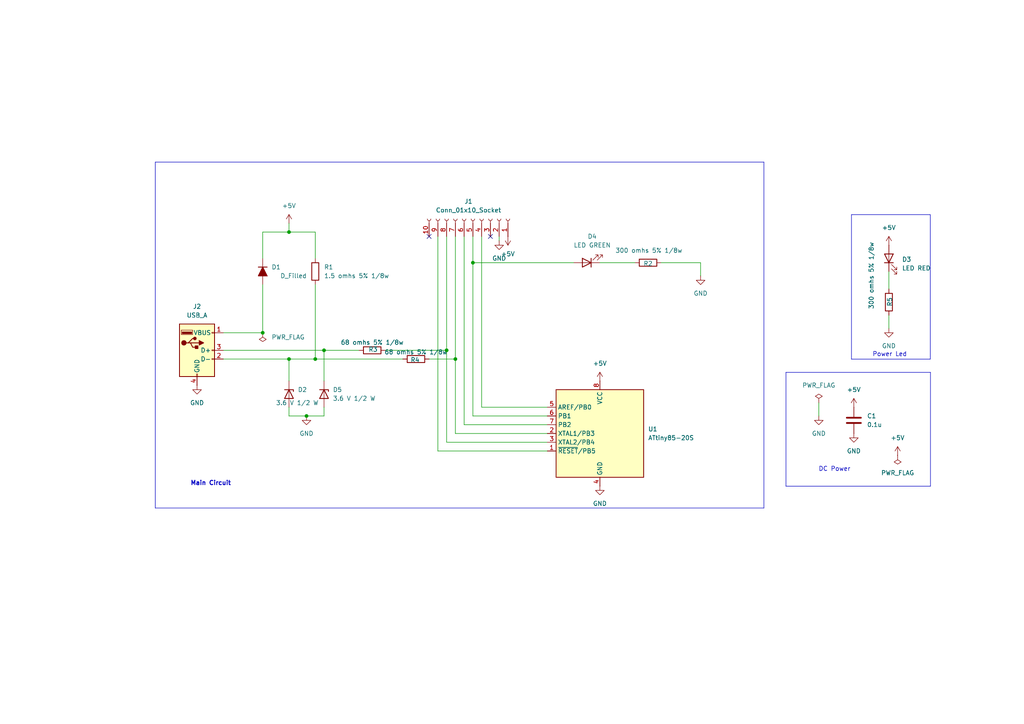
<source format=kicad_sch>
(kicad_sch
	(version 20250114)
	(generator "eeschema")
	(generator_version "9.0")
	(uuid "f2c20679-f28d-47ad-9191-2bfbde129570")
	(paper "A4")
	(title_block
		(date "2024-03-18")
		(rev "version Test2024")
		(company "UCC")
		(comment 1 "proyectoBase2024")
	)
	(lib_symbols
		(symbol "+5V_1"
			(power)
			(pin_names
				(offset 0)
			)
			(exclude_from_sim no)
			(in_bom yes)
			(on_board yes)
			(property "Reference" "#PWR"
				(at 0 -3.81 0)
				(effects
					(font
						(size 1.27 1.27)
					)
					(hide yes)
				)
			)
			(property "Value" "+5V_1"
				(at 0 3.556 0)
				(effects
					(font
						(size 1.27 1.27)
					)
				)
			)
			(property "Footprint" ""
				(at 0 0 0)
				(effects
					(font
						(size 1.27 1.27)
					)
					(hide yes)
				)
			)
			(property "Datasheet" ""
				(at 0 0 0)
				(effects
					(font
						(size 1.27 1.27)
					)
					(hide yes)
				)
			)
			(property "Description" "Power symbol creates a global label with name \"+5V\""
				(at 0 0 0)
				(effects
					(font
						(size 1.27 1.27)
					)
					(hide yes)
				)
			)
			(property "ki_keywords" "global power"
				(at 0 0 0)
				(effects
					(font
						(size 1.27 1.27)
					)
					(hide yes)
				)
			)
			(symbol "+5V_1_0_1"
				(polyline
					(pts
						(xy -0.762 1.27) (xy 0 2.54)
					)
					(stroke
						(width 0)
						(type default)
					)
					(fill
						(type none)
					)
				)
				(polyline
					(pts
						(xy 0 2.54) (xy 0.762 1.27)
					)
					(stroke
						(width 0)
						(type default)
					)
					(fill
						(type none)
					)
				)
				(polyline
					(pts
						(xy 0 0) (xy 0 2.54)
					)
					(stroke
						(width 0)
						(type default)
					)
					(fill
						(type none)
					)
				)
			)
			(symbol "+5V_1_1_1"
				(pin power_in line
					(at 0 0 90)
					(length 0)
					(hide yes)
					(name "+5V"
						(effects
							(font
								(size 1.27 1.27)
							)
						)
					)
					(number "1"
						(effects
							(font
								(size 1.27 1.27)
							)
						)
					)
				)
			)
			(embedded_fonts no)
		)
		(symbol "Connector:Conn_01x10_Socket"
			(pin_names
				(offset 1.016)
				(hide yes)
			)
			(exclude_from_sim no)
			(in_bom yes)
			(on_board yes)
			(property "Reference" "J"
				(at 0 12.7 0)
				(effects
					(font
						(size 1.27 1.27)
					)
				)
			)
			(property "Value" "Conn_01x10_Socket"
				(at 0 -15.24 0)
				(effects
					(font
						(size 1.27 1.27)
					)
				)
			)
			(property "Footprint" ""
				(at 0 0 0)
				(effects
					(font
						(size 1.27 1.27)
					)
					(hide yes)
				)
			)
			(property "Datasheet" "~"
				(at 0 0 0)
				(effects
					(font
						(size 1.27 1.27)
					)
					(hide yes)
				)
			)
			(property "Description" "Generic connector, single row, 01x10, script generated"
				(at 0 0 0)
				(effects
					(font
						(size 1.27 1.27)
					)
					(hide yes)
				)
			)
			(property "ki_locked" ""
				(at 0 0 0)
				(effects
					(font
						(size 1.27 1.27)
					)
				)
			)
			(property "ki_keywords" "connector"
				(at 0 0 0)
				(effects
					(font
						(size 1.27 1.27)
					)
					(hide yes)
				)
			)
			(property "ki_fp_filters" "Connector*:*_1x??_*"
				(at 0 0 0)
				(effects
					(font
						(size 1.27 1.27)
					)
					(hide yes)
				)
			)
			(symbol "Conn_01x10_Socket_1_1"
				(polyline
					(pts
						(xy -1.27 10.16) (xy -0.508 10.16)
					)
					(stroke
						(width 0.1524)
						(type default)
					)
					(fill
						(type none)
					)
				)
				(polyline
					(pts
						(xy -1.27 7.62) (xy -0.508 7.62)
					)
					(stroke
						(width 0.1524)
						(type default)
					)
					(fill
						(type none)
					)
				)
				(polyline
					(pts
						(xy -1.27 5.08) (xy -0.508 5.08)
					)
					(stroke
						(width 0.1524)
						(type default)
					)
					(fill
						(type none)
					)
				)
				(polyline
					(pts
						(xy -1.27 2.54) (xy -0.508 2.54)
					)
					(stroke
						(width 0.1524)
						(type default)
					)
					(fill
						(type none)
					)
				)
				(polyline
					(pts
						(xy -1.27 0) (xy -0.508 0)
					)
					(stroke
						(width 0.1524)
						(type default)
					)
					(fill
						(type none)
					)
				)
				(polyline
					(pts
						(xy -1.27 -2.54) (xy -0.508 -2.54)
					)
					(stroke
						(width 0.1524)
						(type default)
					)
					(fill
						(type none)
					)
				)
				(polyline
					(pts
						(xy -1.27 -5.08) (xy -0.508 -5.08)
					)
					(stroke
						(width 0.1524)
						(type default)
					)
					(fill
						(type none)
					)
				)
				(polyline
					(pts
						(xy -1.27 -7.62) (xy -0.508 -7.62)
					)
					(stroke
						(width 0.1524)
						(type default)
					)
					(fill
						(type none)
					)
				)
				(polyline
					(pts
						(xy -1.27 -10.16) (xy -0.508 -10.16)
					)
					(stroke
						(width 0.1524)
						(type default)
					)
					(fill
						(type none)
					)
				)
				(polyline
					(pts
						(xy -1.27 -12.7) (xy -0.508 -12.7)
					)
					(stroke
						(width 0.1524)
						(type default)
					)
					(fill
						(type none)
					)
				)
				(arc
					(start 0 9.652)
					(mid -0.5058 10.16)
					(end 0 10.668)
					(stroke
						(width 0.1524)
						(type default)
					)
					(fill
						(type none)
					)
				)
				(arc
					(start 0 7.112)
					(mid -0.5058 7.62)
					(end 0 8.128)
					(stroke
						(width 0.1524)
						(type default)
					)
					(fill
						(type none)
					)
				)
				(arc
					(start 0 4.572)
					(mid -0.5058 5.08)
					(end 0 5.588)
					(stroke
						(width 0.1524)
						(type default)
					)
					(fill
						(type none)
					)
				)
				(arc
					(start 0 2.032)
					(mid -0.5058 2.54)
					(end 0 3.048)
					(stroke
						(width 0.1524)
						(type default)
					)
					(fill
						(type none)
					)
				)
				(arc
					(start 0 -0.508)
					(mid -0.5058 0)
					(end 0 0.508)
					(stroke
						(width 0.1524)
						(type default)
					)
					(fill
						(type none)
					)
				)
				(arc
					(start 0 -3.048)
					(mid -0.5058 -2.54)
					(end 0 -2.032)
					(stroke
						(width 0.1524)
						(type default)
					)
					(fill
						(type none)
					)
				)
				(arc
					(start 0 -5.588)
					(mid -0.5058 -5.08)
					(end 0 -4.572)
					(stroke
						(width 0.1524)
						(type default)
					)
					(fill
						(type none)
					)
				)
				(arc
					(start 0 -8.128)
					(mid -0.5058 -7.62)
					(end 0 -7.112)
					(stroke
						(width 0.1524)
						(type default)
					)
					(fill
						(type none)
					)
				)
				(arc
					(start 0 -10.668)
					(mid -0.5058 -10.16)
					(end 0 -9.652)
					(stroke
						(width 0.1524)
						(type default)
					)
					(fill
						(type none)
					)
				)
				(arc
					(start 0 -13.208)
					(mid -0.5058 -12.7)
					(end 0 -12.192)
					(stroke
						(width 0.1524)
						(type default)
					)
					(fill
						(type none)
					)
				)
				(pin passive line
					(at -5.08 10.16 0)
					(length 3.81)
					(name "Pin_1"
						(effects
							(font
								(size 1.27 1.27)
							)
						)
					)
					(number "1"
						(effects
							(font
								(size 1.27 1.27)
							)
						)
					)
				)
				(pin passive line
					(at -5.08 7.62 0)
					(length 3.81)
					(name "Pin_2"
						(effects
							(font
								(size 1.27 1.27)
							)
						)
					)
					(number "2"
						(effects
							(font
								(size 1.27 1.27)
							)
						)
					)
				)
				(pin passive line
					(at -5.08 5.08 0)
					(length 3.81)
					(name "Pin_3"
						(effects
							(font
								(size 1.27 1.27)
							)
						)
					)
					(number "3"
						(effects
							(font
								(size 1.27 1.27)
							)
						)
					)
				)
				(pin passive line
					(at -5.08 2.54 0)
					(length 3.81)
					(name "Pin_4"
						(effects
							(font
								(size 1.27 1.27)
							)
						)
					)
					(number "4"
						(effects
							(font
								(size 1.27 1.27)
							)
						)
					)
				)
				(pin passive line
					(at -5.08 0 0)
					(length 3.81)
					(name "Pin_5"
						(effects
							(font
								(size 1.27 1.27)
							)
						)
					)
					(number "5"
						(effects
							(font
								(size 1.27 1.27)
							)
						)
					)
				)
				(pin passive line
					(at -5.08 -2.54 0)
					(length 3.81)
					(name "Pin_6"
						(effects
							(font
								(size 1.27 1.27)
							)
						)
					)
					(number "6"
						(effects
							(font
								(size 1.27 1.27)
							)
						)
					)
				)
				(pin passive line
					(at -5.08 -5.08 0)
					(length 3.81)
					(name "Pin_7"
						(effects
							(font
								(size 1.27 1.27)
							)
						)
					)
					(number "7"
						(effects
							(font
								(size 1.27 1.27)
							)
						)
					)
				)
				(pin passive line
					(at -5.08 -7.62 0)
					(length 3.81)
					(name "Pin_8"
						(effects
							(font
								(size 1.27 1.27)
							)
						)
					)
					(number "8"
						(effects
							(font
								(size 1.27 1.27)
							)
						)
					)
				)
				(pin passive line
					(at -5.08 -10.16 0)
					(length 3.81)
					(name "Pin_9"
						(effects
							(font
								(size 1.27 1.27)
							)
						)
					)
					(number "9"
						(effects
							(font
								(size 1.27 1.27)
							)
						)
					)
				)
				(pin passive line
					(at -5.08 -12.7 0)
					(length 3.81)
					(name "Pin_10"
						(effects
							(font
								(size 1.27 1.27)
							)
						)
					)
					(number "10"
						(effects
							(font
								(size 1.27 1.27)
							)
						)
					)
				)
			)
			(embedded_fonts no)
		)
		(symbol "Connector:USB_A"
			(pin_names
				(offset 1.016)
			)
			(exclude_from_sim no)
			(in_bom yes)
			(on_board yes)
			(property "Reference" "J2"
				(at 0 12.7 0)
				(effects
					(font
						(size 1.27 1.27)
					)
				)
			)
			(property "Value" "USB_A"
				(at 0 10.16 0)
				(effects
					(font
						(size 1.27 1.27)
					)
				)
			)
			(property "Footprint" ""
				(at 3.81 -1.27 0)
				(effects
					(font
						(size 1.27 1.27)
					)
					(hide yes)
				)
			)
			(property "Datasheet" "~"
				(at 3.81 -1.27 0)
				(effects
					(font
						(size 1.27 1.27)
					)
					(hide yes)
				)
			)
			(property "Description" "USB Type A connector"
				(at 0 0 0)
				(effects
					(font
						(size 1.27 1.27)
					)
					(hide yes)
				)
			)
			(property "ki_keywords" "connector USB"
				(at 0 0 0)
				(effects
					(font
						(size 1.27 1.27)
					)
					(hide yes)
				)
			)
			(property "ki_fp_filters" "USB*"
				(at 0 0 0)
				(effects
					(font
						(size 1.27 1.27)
					)
					(hide yes)
				)
			)
			(symbol "USB_A_0_1"
				(rectangle
					(start -5.08 -7.62)
					(end 5.08 7.62)
					(stroke
						(width 0.254)
						(type default)
					)
					(fill
						(type background)
					)
				)
				(circle
					(center -3.81 2.159)
					(radius 0.635)
					(stroke
						(width 0.254)
						(type default)
					)
					(fill
						(type outline)
					)
				)
				(polyline
					(pts
						(xy -3.175 2.159) (xy -2.54 2.159) (xy -1.27 3.429) (xy -0.635 3.429)
					)
					(stroke
						(width 0.254)
						(type default)
					)
					(fill
						(type none)
					)
				)
				(polyline
					(pts
						(xy -2.54 2.159) (xy -1.905 2.159) (xy -1.27 0.889) (xy 0 0.889)
					)
					(stroke
						(width 0.254)
						(type default)
					)
					(fill
						(type none)
					)
				)
				(rectangle
					(start -1.524 4.826)
					(end -4.318 5.334)
					(stroke
						(width 0)
						(type default)
					)
					(fill
						(type outline)
					)
				)
				(rectangle
					(start -1.27 4.572)
					(end -4.572 5.842)
					(stroke
						(width 0)
						(type default)
					)
					(fill
						(type none)
					)
				)
				(circle
					(center -0.635 3.429)
					(radius 0.381)
					(stroke
						(width 0.254)
						(type default)
					)
					(fill
						(type outline)
					)
				)
				(rectangle
					(start -0.127 -7.62)
					(end 0.127 -6.858)
					(stroke
						(width 0)
						(type default)
					)
					(fill
						(type none)
					)
				)
				(rectangle
					(start 0.254 1.27)
					(end -0.508 0.508)
					(stroke
						(width 0.254)
						(type default)
					)
					(fill
						(type outline)
					)
				)
				(polyline
					(pts
						(xy 0.635 2.794) (xy 0.635 1.524) (xy 1.905 2.159) (xy 0.635 2.794)
					)
					(stroke
						(width 0.254)
						(type default)
					)
					(fill
						(type outline)
					)
				)
				(rectangle
					(start 5.08 4.953)
					(end 4.318 5.207)
					(stroke
						(width 0)
						(type default)
					)
					(fill
						(type none)
					)
				)
				(rectangle
					(start 5.08 -0.127)
					(end 4.318 0.127)
					(stroke
						(width 0)
						(type default)
					)
					(fill
						(type none)
					)
				)
				(rectangle
					(start 5.08 -2.667)
					(end 4.318 -2.413)
					(stroke
						(width 0)
						(type default)
					)
					(fill
						(type none)
					)
				)
			)
			(symbol "USB_A_1_1"
				(polyline
					(pts
						(xy -1.905 2.159) (xy 0.635 2.159)
					)
					(stroke
						(width 0.254)
						(type default)
					)
					(fill
						(type none)
					)
				)
				(pin power_in line
					(at 0 -10.16 90)
					(length 2.54)
					(name "GND"
						(effects
							(font
								(size 1.27 1.27)
							)
						)
					)
					(number "4"
						(effects
							(font
								(size 1.27 1.27)
							)
						)
					)
				)
				(pin power_in line
					(at 7.62 5.08 180)
					(length 2.54)
					(name "VBUS"
						(effects
							(font
								(size 1.27 1.27)
							)
						)
					)
					(number "1"
						(effects
							(font
								(size 1.27 1.27)
							)
						)
					)
				)
				(pin bidirectional line
					(at 7.62 0 180)
					(length 2.54)
					(name "D+"
						(effects
							(font
								(size 1.27 1.27)
							)
						)
					)
					(number "3"
						(effects
							(font
								(size 1.27 1.27)
							)
						)
					)
				)
				(pin bidirectional line
					(at 7.62 -2.54 180)
					(length 2.54)
					(name "D-"
						(effects
							(font
								(size 1.27 1.27)
							)
						)
					)
					(number "2"
						(effects
							(font
								(size 1.27 1.27)
							)
						)
					)
				)
			)
			(embedded_fonts no)
		)
		(symbol "D_Filled_1"
			(pin_numbers
				(hide yes)
			)
			(pin_names
				(offset 1.016)
				(hide yes)
			)
			(exclude_from_sim no)
			(in_bom yes)
			(on_board yes)
			(property "Reference" "D"
				(at 0 2.54 0)
				(effects
					(font
						(size 1.27 1.27)
					)
				)
			)
			(property "Value" "D_Filled"
				(at 0 -2.54 0)
				(effects
					(font
						(size 1.27 1.27)
					)
				)
			)
			(property "Footprint" ""
				(at 0 0 0)
				(effects
					(font
						(size 1.27 1.27)
					)
					(hide yes)
				)
			)
			(property "Datasheet" "~"
				(at 0 0 0)
				(effects
					(font
						(size 1.27 1.27)
					)
					(hide yes)
				)
			)
			(property "Description" "Diode, filled shape"
				(at 0 0 0)
				(effects
					(font
						(size 1.27 1.27)
					)
					(hide yes)
				)
			)
			(property "Sim.Device" "D"
				(at 0 0 0)
				(effects
					(font
						(size 1.27 1.27)
					)
					(hide yes)
				)
			)
			(property "Sim.Pins" "1=K 2=A"
				(at 0 0 0)
				(effects
					(font
						(size 1.27 1.27)
					)
					(hide yes)
				)
			)
			(property "ki_keywords" "diode"
				(at 0 0 0)
				(effects
					(font
						(size 1.27 1.27)
					)
					(hide yes)
				)
			)
			(property "ki_fp_filters" "TO-???* *_Diode_* *SingleDiode* D_*"
				(at 0 0 0)
				(effects
					(font
						(size 1.27 1.27)
					)
					(hide yes)
				)
			)
			(symbol "D_Filled_1_0_1"
				(polyline
					(pts
						(xy -1.27 1.27) (xy -1.27 -1.27)
					)
					(stroke
						(width 0.254)
						(type default)
					)
					(fill
						(type none)
					)
				)
				(polyline
					(pts
						(xy 1.27 1.27) (xy 1.27 -1.27) (xy -1.27 0) (xy 1.27 1.27)
					)
					(stroke
						(width 0.254)
						(type default)
					)
					(fill
						(type outline)
					)
				)
				(polyline
					(pts
						(xy 1.27 0) (xy -1.27 0)
					)
					(stroke
						(width 0)
						(type default)
					)
					(fill
						(type none)
					)
				)
			)
			(symbol "D_Filled_1_1_1"
				(pin passive line
					(at -3.81 0 0)
					(length 2.54)
					(name "K"
						(effects
							(font
								(size 1.27 1.27)
							)
						)
					)
					(number "1"
						(effects
							(font
								(size 1.27 1.27)
							)
						)
					)
				)
				(pin passive line
					(at 3.81 0 180)
					(length 2.54)
					(name "A"
						(effects
							(font
								(size 1.27 1.27)
							)
						)
					)
					(number "2"
						(effects
							(font
								(size 1.27 1.27)
							)
						)
					)
				)
			)
			(embedded_fonts no)
		)
		(symbol "Device:C"
			(pin_numbers
				(hide yes)
			)
			(pin_names
				(offset 0.254)
			)
			(exclude_from_sim no)
			(in_bom yes)
			(on_board yes)
			(property "Reference" "C"
				(at 0.635 2.54 0)
				(effects
					(font
						(size 1.27 1.27)
					)
					(justify left)
				)
			)
			(property "Value" "C"
				(at 0.635 -2.54 0)
				(effects
					(font
						(size 1.27 1.27)
					)
					(justify left)
				)
			)
			(property "Footprint" ""
				(at 0.9652 -3.81 0)
				(effects
					(font
						(size 1.27 1.27)
					)
					(hide yes)
				)
			)
			(property "Datasheet" "~"
				(at 0 0 0)
				(effects
					(font
						(size 1.27 1.27)
					)
					(hide yes)
				)
			)
			(property "Description" "Unpolarized capacitor"
				(at 0 0 0)
				(effects
					(font
						(size 1.27 1.27)
					)
					(hide yes)
				)
			)
			(property "ki_keywords" "cap capacitor"
				(at 0 0 0)
				(effects
					(font
						(size 1.27 1.27)
					)
					(hide yes)
				)
			)
			(property "ki_fp_filters" "C_*"
				(at 0 0 0)
				(effects
					(font
						(size 1.27 1.27)
					)
					(hide yes)
				)
			)
			(symbol "C_0_1"
				(polyline
					(pts
						(xy -2.032 0.762) (xy 2.032 0.762)
					)
					(stroke
						(width 0.508)
						(type default)
					)
					(fill
						(type none)
					)
				)
				(polyline
					(pts
						(xy -2.032 -0.762) (xy 2.032 -0.762)
					)
					(stroke
						(width 0.508)
						(type default)
					)
					(fill
						(type none)
					)
				)
			)
			(symbol "C_1_1"
				(pin passive line
					(at 0 3.81 270)
					(length 2.794)
					(name "~"
						(effects
							(font
								(size 1.27 1.27)
							)
						)
					)
					(number "1"
						(effects
							(font
								(size 1.27 1.27)
							)
						)
					)
				)
				(pin passive line
					(at 0 -3.81 90)
					(length 2.794)
					(name "~"
						(effects
							(font
								(size 1.27 1.27)
							)
						)
					)
					(number "2"
						(effects
							(font
								(size 1.27 1.27)
							)
						)
					)
				)
			)
			(embedded_fonts no)
		)
		(symbol "Device:D_Zener"
			(pin_numbers
				(hide yes)
			)
			(pin_names
				(offset 1.016)
				(hide yes)
			)
			(exclude_from_sim no)
			(in_bom yes)
			(on_board yes)
			(property "Reference" "D"
				(at 0 2.54 0)
				(effects
					(font
						(size 1.27 1.27)
					)
				)
			)
			(property "Value" "D_Zener"
				(at 0 -2.54 0)
				(effects
					(font
						(size 1.27 1.27)
					)
				)
			)
			(property "Footprint" ""
				(at 0 0 0)
				(effects
					(font
						(size 1.27 1.27)
					)
					(hide yes)
				)
			)
			(property "Datasheet" "~"
				(at 0 0 0)
				(effects
					(font
						(size 1.27 1.27)
					)
					(hide yes)
				)
			)
			(property "Description" "Zener diode"
				(at 0 0 0)
				(effects
					(font
						(size 1.27 1.27)
					)
					(hide yes)
				)
			)
			(property "ki_keywords" "diode"
				(at 0 0 0)
				(effects
					(font
						(size 1.27 1.27)
					)
					(hide yes)
				)
			)
			(property "ki_fp_filters" "TO-???* *_Diode_* *SingleDiode* D_*"
				(at 0 0 0)
				(effects
					(font
						(size 1.27 1.27)
					)
					(hide yes)
				)
			)
			(symbol "D_Zener_0_1"
				(polyline
					(pts
						(xy -1.27 -1.27) (xy -1.27 1.27) (xy -0.762 1.27)
					)
					(stroke
						(width 0.254)
						(type default)
					)
					(fill
						(type none)
					)
				)
				(polyline
					(pts
						(xy 1.27 0) (xy -1.27 0)
					)
					(stroke
						(width 0)
						(type default)
					)
					(fill
						(type none)
					)
				)
				(polyline
					(pts
						(xy 1.27 -1.27) (xy 1.27 1.27) (xy -1.27 0) (xy 1.27 -1.27)
					)
					(stroke
						(width 0.254)
						(type default)
					)
					(fill
						(type none)
					)
				)
			)
			(symbol "D_Zener_1_1"
				(pin passive line
					(at -3.81 0 0)
					(length 2.54)
					(name "K"
						(effects
							(font
								(size 1.27 1.27)
							)
						)
					)
					(number "1"
						(effects
							(font
								(size 1.27 1.27)
							)
						)
					)
				)
				(pin passive line
					(at 3.81 0 180)
					(length 2.54)
					(name "A"
						(effects
							(font
								(size 1.27 1.27)
							)
						)
					)
					(number "2"
						(effects
							(font
								(size 1.27 1.27)
							)
						)
					)
				)
			)
			(embedded_fonts no)
		)
		(symbol "Device:LED"
			(pin_numbers
				(hide yes)
			)
			(pin_names
				(offset 1.016)
				(hide yes)
			)
			(exclude_from_sim no)
			(in_bom yes)
			(on_board yes)
			(property "Reference" "D"
				(at 0 2.54 0)
				(effects
					(font
						(size 1.27 1.27)
					)
				)
			)
			(property "Value" "LED"
				(at 0 -2.54 0)
				(effects
					(font
						(size 1.27 1.27)
					)
				)
			)
			(property "Footprint" ""
				(at 0 0 0)
				(effects
					(font
						(size 1.27 1.27)
					)
					(hide yes)
				)
			)
			(property "Datasheet" "~"
				(at 0 0 0)
				(effects
					(font
						(size 1.27 1.27)
					)
					(hide yes)
				)
			)
			(property "Description" "Light emitting diode"
				(at 0 0 0)
				(effects
					(font
						(size 1.27 1.27)
					)
					(hide yes)
				)
			)
			(property "ki_keywords" "LED diode"
				(at 0 0 0)
				(effects
					(font
						(size 1.27 1.27)
					)
					(hide yes)
				)
			)
			(property "ki_fp_filters" "LED* LED_SMD:* LED_THT:*"
				(at 0 0 0)
				(effects
					(font
						(size 1.27 1.27)
					)
					(hide yes)
				)
			)
			(symbol "LED_0_1"
				(polyline
					(pts
						(xy -3.048 -0.762) (xy -4.572 -2.286) (xy -3.81 -2.286) (xy -4.572 -2.286) (xy -4.572 -1.524)
					)
					(stroke
						(width 0)
						(type default)
					)
					(fill
						(type none)
					)
				)
				(polyline
					(pts
						(xy -1.778 -0.762) (xy -3.302 -2.286) (xy -2.54 -2.286) (xy -3.302 -2.286) (xy -3.302 -1.524)
					)
					(stroke
						(width 0)
						(type default)
					)
					(fill
						(type none)
					)
				)
				(polyline
					(pts
						(xy -1.27 0) (xy 1.27 0)
					)
					(stroke
						(width 0)
						(type default)
					)
					(fill
						(type none)
					)
				)
				(polyline
					(pts
						(xy -1.27 -1.27) (xy -1.27 1.27)
					)
					(stroke
						(width 0.254)
						(type default)
					)
					(fill
						(type none)
					)
				)
				(polyline
					(pts
						(xy 1.27 -1.27) (xy 1.27 1.27) (xy -1.27 0) (xy 1.27 -1.27)
					)
					(stroke
						(width 0.254)
						(type default)
					)
					(fill
						(type none)
					)
				)
			)
			(symbol "LED_1_1"
				(pin passive line
					(at -3.81 0 0)
					(length 2.54)
					(name "K"
						(effects
							(font
								(size 1.27 1.27)
							)
						)
					)
					(number "1"
						(effects
							(font
								(size 1.27 1.27)
							)
						)
					)
				)
				(pin passive line
					(at 3.81 0 180)
					(length 2.54)
					(name "A"
						(effects
							(font
								(size 1.27 1.27)
							)
						)
					)
					(number "2"
						(effects
							(font
								(size 1.27 1.27)
							)
						)
					)
				)
			)
			(embedded_fonts no)
		)
		(symbol "Device:R"
			(pin_numbers
				(hide yes)
			)
			(pin_names
				(offset 0)
			)
			(exclude_from_sim no)
			(in_bom yes)
			(on_board yes)
			(property "Reference" "R"
				(at 2.032 0 90)
				(effects
					(font
						(size 1.27 1.27)
					)
				)
			)
			(property "Value" "R"
				(at 0 0 90)
				(effects
					(font
						(size 1.27 1.27)
					)
				)
			)
			(property "Footprint" ""
				(at -1.778 0 90)
				(effects
					(font
						(size 1.27 1.27)
					)
					(hide yes)
				)
			)
			(property "Datasheet" "~"
				(at 0 0 0)
				(effects
					(font
						(size 1.27 1.27)
					)
					(hide yes)
				)
			)
			(property "Description" "Resistor"
				(at 0 0 0)
				(effects
					(font
						(size 1.27 1.27)
					)
					(hide yes)
				)
			)
			(property "ki_keywords" "R res resistor"
				(at 0 0 0)
				(effects
					(font
						(size 1.27 1.27)
					)
					(hide yes)
				)
			)
			(property "ki_fp_filters" "R_*"
				(at 0 0 0)
				(effects
					(font
						(size 1.27 1.27)
					)
					(hide yes)
				)
			)
			(symbol "R_0_1"
				(rectangle
					(start -1.016 -2.54)
					(end 1.016 2.54)
					(stroke
						(width 0.254)
						(type default)
					)
					(fill
						(type none)
					)
				)
			)
			(symbol "R_1_1"
				(pin passive line
					(at 0 3.81 270)
					(length 1.27)
					(name "~"
						(effects
							(font
								(size 1.27 1.27)
							)
						)
					)
					(number "1"
						(effects
							(font
								(size 1.27 1.27)
							)
						)
					)
				)
				(pin passive line
					(at 0 -3.81 90)
					(length 1.27)
					(name "~"
						(effects
							(font
								(size 1.27 1.27)
							)
						)
					)
					(number "2"
						(effects
							(font
								(size 1.27 1.27)
							)
						)
					)
				)
			)
			(embedded_fonts no)
		)
		(symbol "GND_1"
			(power)
			(pin_names
				(offset 0)
			)
			(exclude_from_sim no)
			(in_bom yes)
			(on_board yes)
			(property "Reference" "#PWR"
				(at 0 -6.35 0)
				(effects
					(font
						(size 1.27 1.27)
					)
					(hide yes)
				)
			)
			(property "Value" "GND_1"
				(at 0 -3.81 0)
				(effects
					(font
						(size 1.27 1.27)
					)
				)
			)
			(property "Footprint" ""
				(at 0 0 0)
				(effects
					(font
						(size 1.27 1.27)
					)
					(hide yes)
				)
			)
			(property "Datasheet" ""
				(at 0 0 0)
				(effects
					(font
						(size 1.27 1.27)
					)
					(hide yes)
				)
			)
			(property "Description" "Power symbol creates a global label with name \"GND\" , ground"
				(at 0 0 0)
				(effects
					(font
						(size 1.27 1.27)
					)
					(hide yes)
				)
			)
			(property "ki_keywords" "global power"
				(at 0 0 0)
				(effects
					(font
						(size 1.27 1.27)
					)
					(hide yes)
				)
			)
			(symbol "GND_1_0_1"
				(polyline
					(pts
						(xy 0 0) (xy 0 -1.27) (xy 1.27 -1.27) (xy 0 -2.54) (xy -1.27 -1.27) (xy 0 -1.27)
					)
					(stroke
						(width 0)
						(type default)
					)
					(fill
						(type none)
					)
				)
			)
			(symbol "GND_1_1_1"
				(pin power_in line
					(at 0 0 270)
					(length 0)
					(hide yes)
					(name "GND"
						(effects
							(font
								(size 1.27 1.27)
							)
						)
					)
					(number "1"
						(effects
							(font
								(size 1.27 1.27)
							)
						)
					)
				)
			)
			(embedded_fonts no)
		)
		(symbol "LED_1"
			(pin_numbers
				(hide yes)
			)
			(pin_names
				(offset 1.016)
				(hide yes)
			)
			(exclude_from_sim no)
			(in_bom yes)
			(on_board yes)
			(property "Reference" "D"
				(at 0 2.54 0)
				(effects
					(font
						(size 1.27 1.27)
					)
				)
			)
			(property "Value" "LED"
				(at 0 -2.54 0)
				(effects
					(font
						(size 1.27 1.27)
					)
				)
			)
			(property "Footprint" ""
				(at 0 0 0)
				(effects
					(font
						(size 1.27 1.27)
					)
					(hide yes)
				)
			)
			(property "Datasheet" "~"
				(at 0 0 0)
				(effects
					(font
						(size 1.27 1.27)
					)
					(hide yes)
				)
			)
			(property "Description" "Light emitting diode"
				(at 0 0 0)
				(effects
					(font
						(size 1.27 1.27)
					)
					(hide yes)
				)
			)
			(property "Sim.Pins" "1=K 2=A"
				(at 0 0 0)
				(effects
					(font
						(size 1.27 1.27)
					)
					(hide yes)
				)
			)
			(property "ki_keywords" "LED diode"
				(at 0 0 0)
				(effects
					(font
						(size 1.27 1.27)
					)
					(hide yes)
				)
			)
			(property "ki_fp_filters" "LED* LED_SMD:* LED_THT:*"
				(at 0 0 0)
				(effects
					(font
						(size 1.27 1.27)
					)
					(hide yes)
				)
			)
			(symbol "LED_1_0_1"
				(polyline
					(pts
						(xy -3.048 -0.762) (xy -4.572 -2.286) (xy -3.81 -2.286) (xy -4.572 -2.286) (xy -4.572 -1.524)
					)
					(stroke
						(width 0)
						(type default)
					)
					(fill
						(type none)
					)
				)
				(polyline
					(pts
						(xy -1.778 -0.762) (xy -3.302 -2.286) (xy -2.54 -2.286) (xy -3.302 -2.286) (xy -3.302 -1.524)
					)
					(stroke
						(width 0)
						(type default)
					)
					(fill
						(type none)
					)
				)
				(polyline
					(pts
						(xy -1.27 0) (xy 1.27 0)
					)
					(stroke
						(width 0)
						(type default)
					)
					(fill
						(type none)
					)
				)
				(polyline
					(pts
						(xy -1.27 -1.27) (xy -1.27 1.27)
					)
					(stroke
						(width 0.254)
						(type default)
					)
					(fill
						(type none)
					)
				)
				(polyline
					(pts
						(xy 1.27 -1.27) (xy 1.27 1.27) (xy -1.27 0) (xy 1.27 -1.27)
					)
					(stroke
						(width 0.254)
						(type default)
					)
					(fill
						(type none)
					)
				)
			)
			(symbol "LED_1_1_1"
				(pin passive line
					(at -3.81 0 0)
					(length 2.54)
					(name "K"
						(effects
							(font
								(size 1.27 1.27)
							)
						)
					)
					(number "1"
						(effects
							(font
								(size 1.27 1.27)
							)
						)
					)
				)
				(pin passive line
					(at 3.81 0 180)
					(length 2.54)
					(name "A"
						(effects
							(font
								(size 1.27 1.27)
							)
						)
					)
					(number "2"
						(effects
							(font
								(size 1.27 1.27)
							)
						)
					)
				)
			)
			(embedded_fonts no)
		)
		(symbol "MCU_Microchip_ATtiny:ATtiny85-20S"
			(exclude_from_sim no)
			(in_bom yes)
			(on_board yes)
			(property "Reference" "U"
				(at -12.7 13.97 0)
				(effects
					(font
						(size 1.27 1.27)
					)
					(justify left bottom)
				)
			)
			(property "Value" "ATtiny85-20S"
				(at 2.54 -13.97 0)
				(effects
					(font
						(size 1.27 1.27)
					)
					(justify left top)
				)
			)
			(property "Footprint" "Package_SO:SOIC-8W_5.3x5.3mm_P1.27mm"
				(at 0 0 0)
				(effects
					(font
						(size 1.27 1.27)
						(italic yes)
					)
					(hide yes)
				)
			)
			(property "Datasheet" "http://ww1.microchip.com/downloads/en/DeviceDoc/atmel-2586-avr-8-bit-microcontroller-attiny25-attiny45-attiny85_datasheet.pdf"
				(at 0 0 0)
				(effects
					(font
						(size 1.27 1.27)
					)
					(hide yes)
				)
			)
			(property "Description" "20MHz, 8kB Flash, 512B SRAM, 512B EEPROM, debugWIRE, SOIC-8W"
				(at 0 0 0)
				(effects
					(font
						(size 1.27 1.27)
					)
					(hide yes)
				)
			)
			(property "ki_keywords" "AVR 8bit Microcontroller tinyAVR"
				(at 0 0 0)
				(effects
					(font
						(size 1.27 1.27)
					)
					(hide yes)
				)
			)
			(property "ki_fp_filters" "SOIC*5.3x5.3mm*P1.27mm*"
				(at 0 0 0)
				(effects
					(font
						(size 1.27 1.27)
					)
					(hide yes)
				)
			)
			(symbol "ATtiny85-20S_0_1"
				(rectangle
					(start -12.7 -12.7)
					(end 12.7 12.7)
					(stroke
						(width 0.254)
						(type default)
					)
					(fill
						(type background)
					)
				)
			)
			(symbol "ATtiny85-20S_1_1"
				(pin power_in line
					(at 0 15.24 270)
					(length 2.54)
					(name "VCC"
						(effects
							(font
								(size 1.27 1.27)
							)
						)
					)
					(number "8"
						(effects
							(font
								(size 1.27 1.27)
							)
						)
					)
				)
				(pin power_in line
					(at 0 -15.24 90)
					(length 2.54)
					(name "GND"
						(effects
							(font
								(size 1.27 1.27)
							)
						)
					)
					(number "4"
						(effects
							(font
								(size 1.27 1.27)
							)
						)
					)
				)
				(pin bidirectional line
					(at 15.24 7.62 180)
					(length 2.54)
					(name "AREF/PB0"
						(effects
							(font
								(size 1.27 1.27)
							)
						)
					)
					(number "5"
						(effects
							(font
								(size 1.27 1.27)
							)
						)
					)
				)
				(pin bidirectional line
					(at 15.24 5.08 180)
					(length 2.54)
					(name "PB1"
						(effects
							(font
								(size 1.27 1.27)
							)
						)
					)
					(number "6"
						(effects
							(font
								(size 1.27 1.27)
							)
						)
					)
				)
				(pin bidirectional line
					(at 15.24 2.54 180)
					(length 2.54)
					(name "PB2"
						(effects
							(font
								(size 1.27 1.27)
							)
						)
					)
					(number "7"
						(effects
							(font
								(size 1.27 1.27)
							)
						)
					)
				)
				(pin bidirectional line
					(at 15.24 0 180)
					(length 2.54)
					(name "XTAL1/PB3"
						(effects
							(font
								(size 1.27 1.27)
							)
						)
					)
					(number "2"
						(effects
							(font
								(size 1.27 1.27)
							)
						)
					)
				)
				(pin bidirectional line
					(at 15.24 -2.54 180)
					(length 2.54)
					(name "XTAL2/PB4"
						(effects
							(font
								(size 1.27 1.27)
							)
						)
					)
					(number "3"
						(effects
							(font
								(size 1.27 1.27)
							)
						)
					)
				)
				(pin bidirectional line
					(at 15.24 -5.08 180)
					(length 2.54)
					(name "~{RESET}/PB5"
						(effects
							(font
								(size 1.27 1.27)
							)
						)
					)
					(number "1"
						(effects
							(font
								(size 1.27 1.27)
							)
						)
					)
				)
			)
			(embedded_fonts no)
		)
		(symbol "PWR_FLAG_1"
			(power)
			(pin_numbers
				(hide yes)
			)
			(pin_names
				(offset 0)
				(hide yes)
			)
			(exclude_from_sim no)
			(in_bom yes)
			(on_board yes)
			(property "Reference" "#FLG"
				(at 0 1.905 0)
				(effects
					(font
						(size 1.27 1.27)
					)
					(hide yes)
				)
			)
			(property "Value" "PWR_FLAG_1"
				(at 0 3.81 0)
				(effects
					(font
						(size 1.27 1.27)
					)
				)
			)
			(property "Footprint" ""
				(at 0 0 0)
				(effects
					(font
						(size 1.27 1.27)
					)
					(hide yes)
				)
			)
			(property "Datasheet" "~"
				(at 0 0 0)
				(effects
					(font
						(size 1.27 1.27)
					)
					(hide yes)
				)
			)
			(property "Description" "Special symbol for telling ERC where power comes from"
				(at 0 0 0)
				(effects
					(font
						(size 1.27 1.27)
					)
					(hide yes)
				)
			)
			(property "ki_keywords" "flag power"
				(at 0 0 0)
				(effects
					(font
						(size 1.27 1.27)
					)
					(hide yes)
				)
			)
			(symbol "PWR_FLAG_1_0_0"
				(pin power_out line
					(at 0 0 90)
					(length 0)
					(name "pwr"
						(effects
							(font
								(size 1.27 1.27)
							)
						)
					)
					(number "1"
						(effects
							(font
								(size 1.27 1.27)
							)
						)
					)
				)
			)
			(symbol "PWR_FLAG_1_0_1"
				(polyline
					(pts
						(xy 0 0) (xy 0 1.27) (xy -1.016 1.905) (xy 0 2.54) (xy 1.016 1.905) (xy 0 1.27)
					)
					(stroke
						(width 0)
						(type default)
					)
					(fill
						(type none)
					)
				)
			)
			(embedded_fonts no)
		)
		(symbol "power:+5V"
			(power)
			(pin_numbers
				(hide yes)
			)
			(pin_names
				(offset 0)
				(hide yes)
			)
			(exclude_from_sim no)
			(in_bom yes)
			(on_board yes)
			(property "Reference" "#PWR"
				(at 0 -3.81 0)
				(effects
					(font
						(size 1.27 1.27)
					)
					(hide yes)
				)
			)
			(property "Value" "+5V"
				(at 0 3.556 0)
				(effects
					(font
						(size 1.27 1.27)
					)
				)
			)
			(property "Footprint" ""
				(at 0 0 0)
				(effects
					(font
						(size 1.27 1.27)
					)
					(hide yes)
				)
			)
			(property "Datasheet" ""
				(at 0 0 0)
				(effects
					(font
						(size 1.27 1.27)
					)
					(hide yes)
				)
			)
			(property "Description" "Power symbol creates a global label with name \"+5V\""
				(at 0 0 0)
				(effects
					(font
						(size 1.27 1.27)
					)
					(hide yes)
				)
			)
			(property "ki_keywords" "global power"
				(at 0 0 0)
				(effects
					(font
						(size 1.27 1.27)
					)
					(hide yes)
				)
			)
			(symbol "+5V_0_1"
				(polyline
					(pts
						(xy -0.762 1.27) (xy 0 2.54)
					)
					(stroke
						(width 0)
						(type default)
					)
					(fill
						(type none)
					)
				)
				(polyline
					(pts
						(xy 0 2.54) (xy 0.762 1.27)
					)
					(stroke
						(width 0)
						(type default)
					)
					(fill
						(type none)
					)
				)
				(polyline
					(pts
						(xy 0 0) (xy 0 2.54)
					)
					(stroke
						(width 0)
						(type default)
					)
					(fill
						(type none)
					)
				)
			)
			(symbol "+5V_1_1"
				(pin power_in line
					(at 0 0 90)
					(length 0)
					(name "~"
						(effects
							(font
								(size 1.27 1.27)
							)
						)
					)
					(number "1"
						(effects
							(font
								(size 1.27 1.27)
							)
						)
					)
				)
			)
			(embedded_fonts no)
		)
		(symbol "power:GND"
			(power)
			(pin_numbers
				(hide yes)
			)
			(pin_names
				(offset 0)
				(hide yes)
			)
			(exclude_from_sim no)
			(in_bom yes)
			(on_board yes)
			(property "Reference" "#PWR"
				(at 0 -6.35 0)
				(effects
					(font
						(size 1.27 1.27)
					)
					(hide yes)
				)
			)
			(property "Value" "GND"
				(at 0 -3.81 0)
				(effects
					(font
						(size 1.27 1.27)
					)
				)
			)
			(property "Footprint" ""
				(at 0 0 0)
				(effects
					(font
						(size 1.27 1.27)
					)
					(hide yes)
				)
			)
			(property "Datasheet" ""
				(at 0 0 0)
				(effects
					(font
						(size 1.27 1.27)
					)
					(hide yes)
				)
			)
			(property "Description" "Power symbol creates a global label with name \"GND\" , ground"
				(at 0 0 0)
				(effects
					(font
						(size 1.27 1.27)
					)
					(hide yes)
				)
			)
			(property "ki_keywords" "global power"
				(at 0 0 0)
				(effects
					(font
						(size 1.27 1.27)
					)
					(hide yes)
				)
			)
			(symbol "GND_0_1"
				(polyline
					(pts
						(xy 0 0) (xy 0 -1.27) (xy 1.27 -1.27) (xy 0 -2.54) (xy -1.27 -1.27) (xy 0 -1.27)
					)
					(stroke
						(width 0)
						(type default)
					)
					(fill
						(type none)
					)
				)
			)
			(symbol "GND_1_1"
				(pin power_in line
					(at 0 0 270)
					(length 0)
					(name "~"
						(effects
							(font
								(size 1.27 1.27)
							)
						)
					)
					(number "1"
						(effects
							(font
								(size 1.27 1.27)
							)
						)
					)
				)
			)
			(embedded_fonts no)
		)
		(symbol "power:PWR_FLAG"
			(power)
			(pin_numbers
				(hide yes)
			)
			(pin_names
				(offset 0)
				(hide yes)
			)
			(exclude_from_sim no)
			(in_bom yes)
			(on_board yes)
			(property "Reference" "#FLG"
				(at 0 1.905 0)
				(effects
					(font
						(size 1.27 1.27)
					)
					(hide yes)
				)
			)
			(property "Value" "PWR_FLAG"
				(at 0 3.81 0)
				(effects
					(font
						(size 1.27 1.27)
					)
				)
			)
			(property "Footprint" ""
				(at 0 0 0)
				(effects
					(font
						(size 1.27 1.27)
					)
					(hide yes)
				)
			)
			(property "Datasheet" "~"
				(at 0 0 0)
				(effects
					(font
						(size 1.27 1.27)
					)
					(hide yes)
				)
			)
			(property "Description" "Special symbol for telling ERC where power comes from"
				(at 0 0 0)
				(effects
					(font
						(size 1.27 1.27)
					)
					(hide yes)
				)
			)
			(property "ki_keywords" "flag power"
				(at 0 0 0)
				(effects
					(font
						(size 1.27 1.27)
					)
					(hide yes)
				)
			)
			(symbol "PWR_FLAG_0_0"
				(pin power_out line
					(at 0 0 90)
					(length 0)
					(name "~"
						(effects
							(font
								(size 1.27 1.27)
							)
						)
					)
					(number "1"
						(effects
							(font
								(size 1.27 1.27)
							)
						)
					)
				)
			)
			(symbol "PWR_FLAG_0_1"
				(polyline
					(pts
						(xy 0 0) (xy 0 1.27) (xy -1.016 1.905) (xy 0 2.54) (xy 1.016 1.905) (xy 0 1.27)
					)
					(stroke
						(width 0)
						(type default)
					)
					(fill
						(type none)
					)
				)
			)
			(embedded_fonts no)
		)
	)
	(text "DC Power"
		(exclude_from_sim no)
		(at 242.062 136.144 0)
		(effects
			(font
				(size 1.27 1.27)
			)
		)
		(uuid "09a2fafc-4652-4842-8609-7e31432b5060")
	)
	(text "Main Circuit"
		(exclude_from_sim no)
		(at 55.1942 140.9954 0)
		(effects
			(font
				(size 1.27 1.27)
				(thickness 0.254)
				(bold yes)
			)
			(justify left bottom)
		)
		(uuid "39ea4496-1b44-485f-ab4a-73accbcc9f99")
	)
	(text "Power Led"
		(exclude_from_sim no)
		(at 258.064 102.87 0)
		(effects
			(font
				(size 1.27 1.27)
			)
		)
		(uuid "ca8f21be-0c84-4367-a72c-90af49664608")
	)
	(junction
		(at 76.2 96.52)
		(diameter 0)
		(color 0 0 0 0)
		(uuid "0eb68236-9b8c-425c-bbd3-24d800a3d870")
	)
	(junction
		(at 132.08 104.14)
		(diameter 0)
		(color 0 0 0 0)
		(uuid "4001c56e-8701-4db8-aa14-b34c3686c2df")
	)
	(junction
		(at 83.82 67.31)
		(diameter 0)
		(color 0 0 0 0)
		(uuid "45e23898-725d-4312-9589-842bbc39b85b")
	)
	(junction
		(at 137.16 76.2)
		(diameter 0)
		(color 0 0 0 0)
		(uuid "6a6e3076-740a-4f75-9896-3ae247605ac2")
	)
	(junction
		(at 88.9 120.65)
		(diameter 0)
		(color 0 0 0 0)
		(uuid "7e223709-c192-4a92-a51b-cdfa4c5c903b")
	)
	(junction
		(at 93.98 101.6)
		(diameter 0)
		(color 0 0 0 0)
		(uuid "839c0094-7d11-42ad-8242-d697530af6ce")
	)
	(junction
		(at 91.44 104.14)
		(diameter 0)
		(color 0 0 0 0)
		(uuid "952fdae7-c99d-404d-90a2-3b6aa7544c7a")
	)
	(junction
		(at 129.54 101.6)
		(diameter 0)
		(color 0 0 0 0)
		(uuid "9e70056f-acb4-4801-ba3c-3b87215a5dac")
	)
	(junction
		(at 83.82 104.14)
		(diameter 0)
		(color 0 0 0 0)
		(uuid "a314c7c4-6374-4bc5-8d77-ddc7e3535a9e")
	)
	(no_connect
		(at 142.24 68.58)
		(uuid "2c0eac4e-4ab0-45c2-b768-192a0c01db3e")
	)
	(no_connect
		(at 124.46 68.58)
		(uuid "f3105f7d-f6f9-419e-980b-3c6bbfa84003")
	)
	(wire
		(pts
			(xy 64.77 101.6) (xy 93.98 101.6)
		)
		(stroke
			(width 0)
			(type default)
		)
		(uuid "05bfaf1d-97d2-456f-b4f8-ac12ec94a7b3")
	)
	(wire
		(pts
			(xy 134.62 123.19) (xy 158.75 123.19)
		)
		(stroke
			(width 0)
			(type default)
		)
		(uuid "0ccd3fc4-6cf8-4319-b911-18b5b8bba35b")
	)
	(wire
		(pts
			(xy 129.54 68.58) (xy 129.54 101.6)
		)
		(stroke
			(width 0)
			(type default)
		)
		(uuid "0d2b4d5c-9585-4086-b22f-a7dd8843d458")
	)
	(polyline
		(pts
			(xy 45.0342 147.3454) (xy 45.0342 47.0154)
		)
		(stroke
			(width 0)
			(type default)
		)
		(uuid "12c67071-fe67-4f47-a0ca-3ef1ab2bc966")
	)
	(wire
		(pts
			(xy 91.44 104.14) (xy 116.84 104.14)
		)
		(stroke
			(width 0)
			(type default)
		)
		(uuid "16681643-0d2f-4ace-b0d1-2c0b5212cfb4")
	)
	(wire
		(pts
			(xy 76.2 82.55) (xy 76.2 96.52)
		)
		(stroke
			(width 0)
			(type default)
		)
		(uuid "1c952376-3695-4667-adc3-60a69df94cb7")
	)
	(polyline
		(pts
			(xy 221.5642 47.0154) (xy 221.5642 147.3454)
		)
		(stroke
			(width 0)
			(type default)
		)
		(uuid "1f5f82f7-3c3e-40e2-9a00-ce83a042d5ac")
	)
	(wire
		(pts
			(xy 83.82 120.65) (xy 83.82 118.11)
		)
		(stroke
			(width 0)
			(type default)
		)
		(uuid "282dcfa5-34f0-4922-9849-697c0f7e88c9")
	)
	(wire
		(pts
			(xy 191.77 76.2) (xy 203.2 76.2)
		)
		(stroke
			(width 0)
			(type default)
		)
		(uuid "2834277e-68b8-47ab-bb5e-146fc2e97761")
	)
	(wire
		(pts
			(xy 132.08 68.58) (xy 132.08 104.14)
		)
		(stroke
			(width 0)
			(type default)
		)
		(uuid "2bb12c2a-030c-42b1-8a3d-b0c61560fa86")
	)
	(wire
		(pts
			(xy 124.46 104.14) (xy 132.08 104.14)
		)
		(stroke
			(width 0)
			(type default)
		)
		(uuid "32d07bca-eb91-489b-ad20-c13271ce2941")
	)
	(wire
		(pts
			(xy 127 130.81) (xy 158.75 130.81)
		)
		(stroke
			(width 0)
			(type default)
		)
		(uuid "32e56914-a699-4177-a9b6-521fc17630c1")
	)
	(wire
		(pts
			(xy 137.16 76.2) (xy 166.37 76.2)
		)
		(stroke
			(width 0)
			(type default)
		)
		(uuid "3614eadd-1a2a-4e31-b1e4-57ea5defe012")
	)
	(wire
		(pts
			(xy 139.7 118.11) (xy 158.75 118.11)
		)
		(stroke
			(width 0)
			(type default)
		)
		(uuid "42d5d420-0877-460b-9f36-f92bed882fa8")
	)
	(wire
		(pts
			(xy 93.98 120.65) (xy 93.98 118.11)
		)
		(stroke
			(width 0)
			(type default)
		)
		(uuid "48045898-2287-4f51-8a0a-d37b7e348181")
	)
	(wire
		(pts
			(xy 76.2 67.31) (xy 76.2 74.93)
		)
		(stroke
			(width 0)
			(type default)
		)
		(uuid "4c2df597-1210-449c-9045-650fb6953e19")
	)
	(wire
		(pts
			(xy 88.9 120.65) (xy 93.98 120.65)
		)
		(stroke
			(width 0)
			(type default)
		)
		(uuid "4d3fa9ca-e7de-4f72-aff0-552271433556")
	)
	(wire
		(pts
			(xy 93.98 110.49) (xy 93.98 101.6)
		)
		(stroke
			(width 0)
			(type default)
		)
		(uuid "4e49d7f3-79e5-47c1-9912-277b7437c1fa")
	)
	(polyline
		(pts
			(xy 269.8242 62.2554) (xy 269.8242 104.1654)
		)
		(stroke
			(width 0)
			(type default)
		)
		(uuid "4eb3e81b-c3fe-4e85-853e-9ce32520e02d")
	)
	(wire
		(pts
			(xy 132.08 104.14) (xy 132.08 125.73)
		)
		(stroke
			(width 0)
			(type default)
		)
		(uuid "4fabf7e5-9b91-405b-9d46-bce702bbfcd3")
	)
	(wire
		(pts
			(xy 237.49 116.84) (xy 237.49 120.65)
		)
		(stroke
			(width 0)
			(type default)
		)
		(uuid "56f63026-4a82-4696-b687-36bb1b6cad03")
	)
	(polyline
		(pts
			(xy 227.965 108.0008) (xy 269.875 108.0008)
		)
		(stroke
			(width 0)
			(type default)
		)
		(uuid "654c2277-b153-442b-b460-0cc1001e1bfe")
	)
	(wire
		(pts
			(xy 91.44 74.93) (xy 91.44 67.31)
		)
		(stroke
			(width 0)
			(type default)
		)
		(uuid "665d1084-3d66-40eb-90e9-0b52b7697f60")
	)
	(wire
		(pts
			(xy 83.82 104.14) (xy 83.82 110.49)
		)
		(stroke
			(width 0)
			(type default)
		)
		(uuid "67732a1c-0d0b-400d-a9d7-4e3721f2f75f")
	)
	(wire
		(pts
			(xy 257.81 78.74) (xy 257.81 83.82)
		)
		(stroke
			(width 0)
			(type default)
		)
		(uuid "6c8eca61-59a7-4f83-b1ac-90d0110f7901")
	)
	(polyline
		(pts
			(xy 269.8242 104.1654) (xy 246.9642 104.1654)
		)
		(stroke
			(width 0)
			(type default)
		)
		(uuid "73b21d52-5af1-4324-ac82-7fc4e93bc07a")
	)
	(polyline
		(pts
			(xy 227.965 141.0208) (xy 227.965 108.0008)
		)
		(stroke
			(width 0)
			(type default)
		)
		(uuid "7b5ddeea-8245-4000-8222-3f545ae9a1f4")
	)
	(polyline
		(pts
			(xy 221.5642 147.3454) (xy 45.0342 147.3454)
		)
		(stroke
			(width 0)
			(type default)
		)
		(uuid "7ebb2a4f-8cb5-40c6-9206-e43704b68921")
	)
	(wire
		(pts
			(xy 132.08 125.73) (xy 158.75 125.73)
		)
		(stroke
			(width 0)
			(type default)
		)
		(uuid "807a0d4e-9f10-4e54-926c-05968c116323")
	)
	(wire
		(pts
			(xy 91.44 67.31) (xy 83.82 67.31)
		)
		(stroke
			(width 0)
			(type default)
		)
		(uuid "8de918df-97f3-401f-978b-270bad6ea405")
	)
	(wire
		(pts
			(xy 127 68.58) (xy 127 130.81)
		)
		(stroke
			(width 0)
			(type default)
		)
		(uuid "93bbb290-5cf4-40d2-8c8b-6a8673bf5bd2")
	)
	(wire
		(pts
			(xy 93.98 101.6) (xy 104.14 101.6)
		)
		(stroke
			(width 0)
			(type default)
		)
		(uuid "9492cd68-6cc7-4afe-b4c3-44323b35adc4")
	)
	(wire
		(pts
			(xy 137.16 68.58) (xy 137.16 76.2)
		)
		(stroke
			(width 0)
			(type default)
		)
		(uuid "98f85c37-10f5-4f7b-9be8-2947b68a3116")
	)
	(wire
		(pts
			(xy 257.81 91.44) (xy 257.81 95.25)
		)
		(stroke
			(width 0)
			(type default)
		)
		(uuid "a2726957-5d1e-46af-8dd3-1f0a210933af")
	)
	(wire
		(pts
			(xy 144.78 68.58) (xy 144.78 69.85)
		)
		(stroke
			(width 0)
			(type default)
		)
		(uuid "aaef8a58-5593-4065-af80-135d2a4b5e4b")
	)
	(wire
		(pts
			(xy 83.82 120.65) (xy 88.9 120.65)
		)
		(stroke
			(width 0)
			(type default)
		)
		(uuid "ad55e677-e24f-431f-8a99-33de26dc21f1")
	)
	(wire
		(pts
			(xy 134.62 68.58) (xy 134.62 123.19)
		)
		(stroke
			(width 0)
			(type default)
		)
		(uuid "b09652e8-0621-43f1-8a2b-e090f8b296f5")
	)
	(wire
		(pts
			(xy 83.82 67.31) (xy 76.2 67.31)
		)
		(stroke
			(width 0)
			(type default)
		)
		(uuid "b11c46b5-30da-4c8b-87c3-78881e57a632")
	)
	(polyline
		(pts
			(xy 246.9642 104.1654) (xy 246.9642 62.2554)
		)
		(stroke
			(width 0)
			(type default)
		)
		(uuid "c289a2e8-800f-459f-8e02-e4181254dd67")
	)
	(polyline
		(pts
			(xy 246.9642 62.2554) (xy 269.8242 62.2554)
		)
		(stroke
			(width 0)
			(type default)
		)
		(uuid "c5196035-626d-4878-af78-a964605d27be")
	)
	(wire
		(pts
			(xy 91.44 82.55) (xy 91.44 104.14)
		)
		(stroke
			(width 0)
			(type default)
		)
		(uuid "ca4e29ee-22af-401b-b86f-663a06cf1cd5")
	)
	(wire
		(pts
			(xy 137.16 76.2) (xy 137.16 120.65)
		)
		(stroke
			(width 0)
			(type default)
		)
		(uuid "ca6777bd-0e09-4dcf-abcf-dd3c4889bfc4")
	)
	(wire
		(pts
			(xy 111.76 101.6) (xy 129.54 101.6)
		)
		(stroke
			(width 0)
			(type default)
		)
		(uuid "cbec1524-a325-46c2-a740-9dfd6ba7719b")
	)
	(wire
		(pts
			(xy 173.99 76.2) (xy 184.15 76.2)
		)
		(stroke
			(width 0)
			(type default)
		)
		(uuid "d4de4354-b2b1-4246-aa5c-3ffba55e2007")
	)
	(wire
		(pts
			(xy 83.82 104.14) (xy 91.44 104.14)
		)
		(stroke
			(width 0)
			(type default)
		)
		(uuid "d55769bb-6737-41b3-910c-370da7982a03")
	)
	(wire
		(pts
			(xy 129.54 101.6) (xy 129.54 128.27)
		)
		(stroke
			(width 0)
			(type default)
		)
		(uuid "d82efdac-bb12-4eb3-bfc0-3270c290e91b")
	)
	(wire
		(pts
			(xy 203.2 76.2) (xy 203.2 80.01)
		)
		(stroke
			(width 0)
			(type default)
		)
		(uuid "dea9ab77-ef30-4a3e-9031-577e58a317b8")
	)
	(wire
		(pts
			(xy 83.82 64.77) (xy 83.82 67.31)
		)
		(stroke
			(width 0)
			(type default)
		)
		(uuid "e8d665d2-0367-43cc-9258-8c9d18807e27")
	)
	(polyline
		(pts
			(xy 269.875 108.0008) (xy 269.875 141.0208)
		)
		(stroke
			(width 0)
			(type default)
		)
		(uuid "eaa8bceb-f274-422b-90fd-fe4877b72009")
	)
	(wire
		(pts
			(xy 76.2 96.52) (xy 64.77 96.52)
		)
		(stroke
			(width 0)
			(type default)
		)
		(uuid "eb9eda45-d789-4a0d-8ff5-15f53ec83ee4")
	)
	(polyline
		(pts
			(xy 45.0342 47.0154) (xy 221.5642 47.0154)
		)
		(stroke
			(width 0)
			(type default)
		)
		(uuid "ed367599-b43c-449a-9a14-78d4b79558be")
	)
	(wire
		(pts
			(xy 129.54 128.27) (xy 158.75 128.27)
		)
		(stroke
			(width 0)
			(type default)
		)
		(uuid "ed85804d-94c4-451e-a337-c51f5cf81abb")
	)
	(polyline
		(pts
			(xy 269.875 141.0208) (xy 227.965 141.0208)
		)
		(stroke
			(width 0)
			(type default)
		)
		(uuid "f518fdf6-0ceb-48a0-bbc6-ad5fd27a602e")
	)
	(wire
		(pts
			(xy 139.7 68.58) (xy 139.7 118.11)
		)
		(stroke
			(width 0)
			(type default)
		)
		(uuid "f6fa081e-6a91-4131-be3d-281106db3af7")
	)
	(wire
		(pts
			(xy 64.77 104.14) (xy 83.82 104.14)
		)
		(stroke
			(width 0)
			(type default)
		)
		(uuid "f8b22756-b310-492c-87a5-6498998a391f")
	)
	(wire
		(pts
			(xy 137.16 120.65) (xy 158.75 120.65)
		)
		(stroke
			(width 0)
			(type default)
		)
		(uuid "fe993474-c1b6-4040-b051-dd9c3b2a975d")
	)
	(symbol
		(lib_id "power:GND")
		(at 88.9 120.65 0)
		(unit 1)
		(exclude_from_sim no)
		(in_bom yes)
		(on_board yes)
		(dnp no)
		(fields_autoplaced yes)
		(uuid "0c6cc04b-1c86-463a-86ec-17850ab1252f")
		(property "Reference" "#PWR08"
			(at 88.9 127 0)
			(effects
				(font
					(size 1.27 1.27)
				)
				(hide yes)
			)
		)
		(property "Value" "GND"
			(at 88.9 125.73 0)
			(effects
				(font
					(size 1.27 1.27)
				)
			)
		)
		(property "Footprint" ""
			(at 88.9 120.65 0)
			(effects
				(font
					(size 1.27 1.27)
				)
				(hide yes)
			)
		)
		(property "Datasheet" ""
			(at 88.9 120.65 0)
			(effects
				(font
					(size 1.27 1.27)
				)
				(hide yes)
			)
		)
		(property "Description" "Power symbol creates a global label with name \"GND\" , ground"
			(at 88.9 120.65 0)
			(effects
				(font
					(size 1.27 1.27)
				)
				(hide yes)
			)
		)
		(pin "1"
			(uuid "30ab0be6-1f49-4584-91e2-77e2b2512c2d")
		)
		(instances
			(project ""
				(path "/f2c20679-f28d-47ad-9191-2bfbde129570"
					(reference "#PWR08")
					(unit 1)
				)
			)
		)
	)
	(symbol
		(lib_id "power:+5V")
		(at 173.99 110.49 0)
		(unit 1)
		(exclude_from_sim no)
		(in_bom yes)
		(on_board yes)
		(dnp no)
		(fields_autoplaced yes)
		(uuid "0e01939b-85f6-4fa0-b306-c24158e73e5f")
		(property "Reference" "#PWR04"
			(at 173.99 114.3 0)
			(effects
				(font
					(size 1.27 1.27)
				)
				(hide yes)
			)
		)
		(property "Value" "+5V"
			(at 173.99 105.41 0)
			(effects
				(font
					(size 1.27 1.27)
				)
			)
		)
		(property "Footprint" ""
			(at 173.99 110.49 0)
			(effects
				(font
					(size 1.27 1.27)
				)
				(hide yes)
			)
		)
		(property "Datasheet" ""
			(at 173.99 110.49 0)
			(effects
				(font
					(size 1.27 1.27)
				)
				(hide yes)
			)
		)
		(property "Description" "Power symbol creates a global label with name \"+5V\""
			(at 173.99 110.49 0)
			(effects
				(font
					(size 1.27 1.27)
				)
				(hide yes)
			)
		)
		(pin "1"
			(uuid "69396595-62f1-4895-bdfb-b6e251be08b9")
		)
		(instances
			(project ""
				(path "/f2c20679-f28d-47ad-9191-2bfbde129570"
					(reference "#PWR04")
					(unit 1)
				)
			)
		)
	)
	(symbol
		(lib_id "Device:LED")
		(at 257.81 74.93 90)
		(unit 1)
		(exclude_from_sim no)
		(in_bom yes)
		(on_board yes)
		(dnp no)
		(fields_autoplaced yes)
		(uuid "10997108-4d28-41d5-89fd-26fd3e77510d")
		(property "Reference" "D3"
			(at 261.62 75.2474 90)
			(effects
				(font
					(size 1.27 1.27)
				)
				(justify right)
			)
		)
		(property "Value" "LED RED"
			(at 261.62 77.7874 90)
			(effects
				(font
					(size 1.27 1.27)
				)
				(justify right)
			)
		)
		(property "Footprint" "ledSmd:ledSMD"
			(at 257.81 74.93 0)
			(effects
				(font
					(size 1.27 1.27)
				)
				(hide yes)
			)
		)
		(property "Datasheet" "~"
			(at 257.81 74.93 0)
			(effects
				(font
					(size 1.27 1.27)
				)
				(hide yes)
			)
		)
		(property "Description" ""
			(at 257.81 74.93 0)
			(effects
				(font
					(size 1.27 1.27)
				)
			)
		)
		(pin "1"
			(uuid "5fdbb483-66f9-4384-8395-149ad1d2495b")
		)
		(pin "2"
			(uuid "d69da8c4-b4ec-4af5-a00c-745dacc97d94")
		)
		(instances
			(project "UccMicroDuino"
				(path "/f2c20679-f28d-47ad-9191-2bfbde129570"
					(reference "D3")
					(unit 1)
				)
			)
		)
	)
	(symbol
		(lib_id "Device:R")
		(at 91.44 78.74 0)
		(unit 1)
		(exclude_from_sim no)
		(in_bom yes)
		(on_board yes)
		(dnp no)
		(fields_autoplaced yes)
		(uuid "1ad09e81-a9e6-4168-ab8f-f6dc88a2ffca")
		(property "Reference" "R1"
			(at 93.98 77.47 0)
			(effects
				(font
					(size 1.27 1.27)
				)
				(justify left)
			)
		)
		(property "Value" "1.5 omhs 5% 1/8w"
			(at 93.98 80.01 0)
			(effects
				(font
					(size 1.27 1.27)
				)
				(justify left)
			)
		)
		(property "Footprint" "Resistor_SMD:R_0805_2012Metric_Pad1.20x1.40mm_HandSolder"
			(at 89.662 78.74 90)
			(effects
				(font
					(size 1.27 1.27)
				)
				(hide yes)
			)
		)
		(property "Datasheet" "~"
			(at 91.44 78.74 0)
			(effects
				(font
					(size 1.27 1.27)
				)
				(hide yes)
			)
		)
		(property "Description" ""
			(at 91.44 78.74 0)
			(effects
				(font
					(size 1.27 1.27)
				)
			)
		)
		(pin "1"
			(uuid "4e7abc82-5fea-48c4-8ea1-9a8328442143")
		)
		(pin "2"
			(uuid "3db91e4f-0f11-4f40-b079-d1b1281a631f")
		)
		(instances
			(project "Clase 1"
				(path "/e763c805-2d98-46c7-a7c5-10a127323b27"
					(reference "R1")
					(unit 1)
				)
			)
			(project "UccMicroDuino"
				(path "/f2c20679-f28d-47ad-9191-2bfbde129570"
					(reference "R1")
					(unit 1)
				)
			)
		)
	)
	(symbol
		(lib_id "Device:R")
		(at 187.96 76.2 90)
		(unit 1)
		(exclude_from_sim no)
		(in_bom yes)
		(on_board yes)
		(dnp no)
		(uuid "1d9646c1-e0e8-4fac-ae92-2ad076e520c8")
		(property "Reference" "R2"
			(at 187.96 76.454 90)
			(effects
				(font
					(size 1.27 1.27)
				)
			)
		)
		(property "Value" "300 omhs 5% 1/8w"
			(at 188.214 72.644 90)
			(effects
				(font
					(size 1.27 1.27)
				)
			)
		)
		(property "Footprint" "Resistor_SMD:R_0805_2012Metric_Pad1.20x1.40mm_HandSolder"
			(at 187.96 77.978 90)
			(effects
				(font
					(size 1.27 1.27)
				)
				(hide yes)
			)
		)
		(property "Datasheet" "~"
			(at 187.96 76.2 0)
			(effects
				(font
					(size 1.27 1.27)
				)
				(hide yes)
			)
		)
		(property "Description" "Resistor"
			(at 187.96 76.2 0)
			(effects
				(font
					(size 1.27 1.27)
				)
				(hide yes)
			)
		)
		(pin "1"
			(uuid "74e5fd0f-f403-4abc-8f24-65b0c76117a7")
		)
		(pin "2"
			(uuid "06f42627-63d1-47b5-ba76-a531ce740cc3")
		)
		(instances
			(project ""
				(path "/f2c20679-f28d-47ad-9191-2bfbde129570"
					(reference "R2")
					(unit 1)
				)
			)
		)
	)
	(symbol
		(lib_id "Device:D_Zener")
		(at 83.82 114.3 270)
		(unit 1)
		(exclude_from_sim no)
		(in_bom yes)
		(on_board yes)
		(dnp no)
		(uuid "25411291-d1c6-47f7-b371-c9e89490bee3")
		(property "Reference" "D2"
			(at 86.36 113.03 90)
			(effects
				(font
					(size 1.27 1.27)
				)
				(justify left)
			)
		)
		(property "Value" "3.6 V 1/2 W"
			(at 80.01 116.84 90)
			(effects
				(font
					(size 1.27 1.27)
				)
				(justify left)
			)
		)
		(property "Footprint" "Diode_SMD:D_SOD-123"
			(at 83.82 114.3 0)
			(effects
				(font
					(size 1.27 1.27)
				)
				(hide yes)
			)
		)
		(property "Datasheet" "~"
			(at 83.82 114.3 0)
			(effects
				(font
					(size 1.27 1.27)
				)
				(hide yes)
			)
		)
		(property "Description" ""
			(at 83.82 114.3 0)
			(effects
				(font
					(size 1.27 1.27)
				)
			)
		)
		(pin "1"
			(uuid "c2a5c4c6-90e3-41f9-bb4f-be5a750c86cd")
		)
		(pin "2"
			(uuid "82b98da4-5a87-49ee-9494-960aaf8dd2a7")
		)
		(instances
			(project "Clase 1"
				(path "/e763c805-2d98-46c7-a7c5-10a127323b27"
					(reference "D1")
					(unit 1)
				)
			)
			(project "UccMicroDuino"
				(path "/f2c20679-f28d-47ad-9191-2bfbde129570"
					(reference "D2")
					(unit 1)
				)
			)
		)
	)
	(symbol
		(lib_id "power:+5V")
		(at 247.65 118.11 0)
		(unit 1)
		(exclude_from_sim no)
		(in_bom yes)
		(on_board yes)
		(dnp no)
		(fields_autoplaced yes)
		(uuid "2a9ab773-9748-4cd9-bc0e-0ab734f17498")
		(property "Reference" "#PWR010"
			(at 247.65 121.92 0)
			(effects
				(font
					(size 1.27 1.27)
				)
				(hide yes)
			)
		)
		(property "Value" "+5V"
			(at 247.65 113.03 0)
			(effects
				(font
					(size 1.27 1.27)
				)
			)
		)
		(property "Footprint" ""
			(at 247.65 118.11 0)
			(effects
				(font
					(size 1.27 1.27)
				)
				(hide yes)
			)
		)
		(property "Datasheet" ""
			(at 247.65 118.11 0)
			(effects
				(font
					(size 1.27 1.27)
				)
				(hide yes)
			)
		)
		(property "Description" "Power symbol creates a global label with name \"+5V\""
			(at 247.65 118.11 0)
			(effects
				(font
					(size 1.27 1.27)
				)
				(hide yes)
			)
		)
		(pin "1"
			(uuid "afae35aa-5f54-47c4-bb1b-0237b73c96b3")
		)
		(instances
			(project "UccMicroDuino"
				(path "/f2c20679-f28d-47ad-9191-2bfbde129570"
					(reference "#PWR010")
					(unit 1)
				)
			)
		)
	)
	(symbol
		(lib_id "power:PWR_FLAG")
		(at 237.49 116.84 0)
		(unit 1)
		(exclude_from_sim no)
		(in_bom yes)
		(on_board yes)
		(dnp no)
		(fields_autoplaced yes)
		(uuid "3105fa36-26ce-4865-ac21-4ebcf26ef7da")
		(property "Reference" "#FLG03"
			(at 237.49 114.935 0)
			(effects
				(font
					(size 1.27 1.27)
				)
				(hide yes)
			)
		)
		(property "Value" "PWR_FLAG"
			(at 237.49 111.76 0)
			(effects
				(font
					(size 1.27 1.27)
				)
			)
		)
		(property "Footprint" ""
			(at 237.49 116.84 0)
			(effects
				(font
					(size 1.27 1.27)
				)
				(hide yes)
			)
		)
		(property "Datasheet" "~"
			(at 237.49 116.84 0)
			(effects
				(font
					(size 1.27 1.27)
				)
				(hide yes)
			)
		)
		(property "Description" "Special symbol for telling ERC where power comes from"
			(at 237.49 116.84 0)
			(effects
				(font
					(size 1.27 1.27)
				)
				(hide yes)
			)
		)
		(pin "1"
			(uuid "f74e6c81-3ea0-4d17-9163-7d4208243b30")
		)
		(instances
			(project "UccMicroDuino"
				(path "/f2c20679-f28d-47ad-9191-2bfbde129570"
					(reference "#FLG03")
					(unit 1)
				)
			)
		)
	)
	(symbol
		(lib_id "power:GND")
		(at 247.65 125.73 0)
		(unit 1)
		(exclude_from_sim no)
		(in_bom yes)
		(on_board yes)
		(dnp no)
		(fields_autoplaced yes)
		(uuid "3312b6b3-8e13-46f5-a123-aa7c844015c7")
		(property "Reference" "#PWR011"
			(at 247.65 132.08 0)
			(effects
				(font
					(size 1.27 1.27)
				)
				(hide yes)
			)
		)
		(property "Value" "GND"
			(at 247.65 130.81 0)
			(effects
				(font
					(size 1.27 1.27)
				)
			)
		)
		(property "Footprint" ""
			(at 247.65 125.73 0)
			(effects
				(font
					(size 1.27 1.27)
				)
				(hide yes)
			)
		)
		(property "Datasheet" ""
			(at 247.65 125.73 0)
			(effects
				(font
					(size 1.27 1.27)
				)
				(hide yes)
			)
		)
		(property "Description" "Power symbol creates a global label with name \"GND\" , ground"
			(at 247.65 125.73 0)
			(effects
				(font
					(size 1.27 1.27)
				)
				(hide yes)
			)
		)
		(pin "1"
			(uuid "6f973961-b470-4236-88ab-449b1d31b11d")
		)
		(instances
			(project "UccMicroDuino"
				(path "/f2c20679-f28d-47ad-9191-2bfbde129570"
					(reference "#PWR011")
					(unit 1)
				)
			)
		)
	)
	(symbol
		(lib_id "MCU_Microchip_ATtiny:ATtiny85-20S")
		(at 173.99 125.73 0)
		(mirror y)
		(unit 1)
		(exclude_from_sim no)
		(in_bom yes)
		(on_board yes)
		(dnp no)
		(uuid "333f0dac-2da2-4252-b55d-20da165172bb")
		(property "Reference" "U1"
			(at 187.96 124.4599 0)
			(effects
				(font
					(size 1.27 1.27)
				)
				(justify right)
			)
		)
		(property "Value" "ATtiny85-20S"
			(at 187.96 126.9999 0)
			(effects
				(font
					(size 1.27 1.27)
				)
				(justify right)
			)
		)
		(property "Footprint" "Package_SO:SOIC-8_5.3x5.3mm_P1.27mm"
			(at 173.99 125.73 0)
			(effects
				(font
					(size 1.27 1.27)
					(italic yes)
				)
				(hide yes)
			)
		)
		(property "Datasheet" "http://ww1.microchip.com/downloads/en/DeviceDoc/atmel-2586-avr-8-bit-microcontroller-attiny25-attiny45-attiny85_datasheet.pdf"
			(at 173.99 125.73 0)
			(effects
				(font
					(size 1.27 1.27)
				)
				(hide yes)
			)
		)
		(property "Description" ""
			(at 173.99 125.73 0)
			(effects
				(font
					(size 1.27 1.27)
				)
			)
		)
		(pin "1"
			(uuid "f2c6d99f-a285-4a32-9cf2-5bf45904140f")
		)
		(pin "2"
			(uuid "b9f90a70-edd7-4fde-a922-a51230db7c64")
		)
		(pin "3"
			(uuid "54d1a8d6-83c8-4e70-8a22-6566cdd95966")
		)
		(pin "4"
			(uuid "5f554262-1a2a-4923-a8d6-fc00c2151943")
		)
		(pin "5"
			(uuid "ef4cd162-704a-4bac-864e-d0916bfe95c8")
		)
		(pin "6"
			(uuid "e0e0d17a-c138-4d68-a5f5-9153c0e1693f")
		)
		(pin "7"
			(uuid "9186f3a7-8d84-48cb-88f1-ea069232b715")
		)
		(pin "8"
			(uuid "3b673756-5089-4995-a6dc-25a2b5f6e068")
		)
		(instances
			(project "Clase 1"
				(path "/e763c805-2d98-46c7-a7c5-10a127323b27"
					(reference "U2")
					(unit 1)
				)
			)
			(project "UccMicroDuino"
				(path "/f2c20679-f28d-47ad-9191-2bfbde129570"
					(reference "U1")
					(unit 1)
				)
			)
		)
	)
	(symbol
		(lib_id "power:+5V")
		(at 260.35 132.08 0)
		(unit 1)
		(exclude_from_sim no)
		(in_bom yes)
		(on_board yes)
		(dnp no)
		(fields_autoplaced yes)
		(uuid "394d256e-23fb-4224-9e90-b82dab883d61")
		(property "Reference" "#PWR012"
			(at 260.35 135.89 0)
			(effects
				(font
					(size 1.27 1.27)
				)
				(hide yes)
			)
		)
		(property "Value" "+5V"
			(at 260.35 127 0)
			(effects
				(font
					(size 1.27 1.27)
				)
			)
		)
		(property "Footprint" ""
			(at 260.35 132.08 0)
			(effects
				(font
					(size 1.27 1.27)
				)
				(hide yes)
			)
		)
		(property "Datasheet" ""
			(at 260.35 132.08 0)
			(effects
				(font
					(size 1.27 1.27)
				)
				(hide yes)
			)
		)
		(property "Description" "Power symbol creates a global label with name \"+5V\""
			(at 260.35 132.08 0)
			(effects
				(font
					(size 1.27 1.27)
				)
				(hide yes)
			)
		)
		(pin "1"
			(uuid "cb1fe471-5120-4bfe-91cd-f381414bb9ca")
		)
		(instances
			(project "UccMicroDuino"
				(path "/f2c20679-f28d-47ad-9191-2bfbde129570"
					(reference "#PWR012")
					(unit 1)
				)
			)
		)
	)
	(symbol
		(lib_id "Device:D_Zener")
		(at 93.98 114.3 270)
		(unit 1)
		(exclude_from_sim no)
		(in_bom yes)
		(on_board yes)
		(dnp no)
		(fields_autoplaced yes)
		(uuid "3a80cb40-e961-4f14-9bf4-6337c7d5cb95")
		(property "Reference" "D5"
			(at 96.52 113.03 90)
			(effects
				(font
					(size 1.27 1.27)
				)
				(justify left)
			)
		)
		(property "Value" "3.6 V 1/2 W"
			(at 96.52 115.57 90)
			(effects
				(font
					(size 1.27 1.27)
				)
				(justify left)
			)
		)
		(property "Footprint" "Diode_SMD:D_SOD-123"
			(at 93.98 114.3 0)
			(effects
				(font
					(size 1.27 1.27)
				)
				(hide yes)
			)
		)
		(property "Datasheet" "~"
			(at 93.98 114.3 0)
			(effects
				(font
					(size 1.27 1.27)
				)
				(hide yes)
			)
		)
		(property "Description" ""
			(at 93.98 114.3 0)
			(effects
				(font
					(size 1.27 1.27)
				)
			)
		)
		(pin "1"
			(uuid "0ada3144-92cd-47f1-b743-043b901ed0a8")
		)
		(pin "2"
			(uuid "d583869b-6419-4e97-b978-4e4d50d63a0f")
		)
		(instances
			(project "UccMicroDuino"
				(path "/f2c20679-f28d-47ad-9191-2bfbde129570"
					(reference "D5")
					(unit 1)
				)
			)
		)
	)
	(symbol
		(lib_id "Connector:Conn_01x10_Socket")
		(at 137.16 63.5 270)
		(mirror x)
		(unit 1)
		(exclude_from_sim no)
		(in_bom yes)
		(on_board yes)
		(dnp no)
		(uuid "43f917b8-7bd2-489e-9718-7e0381f2a8f7")
		(property "Reference" "J1"
			(at 135.89 58.42 90)
			(effects
				(font
					(size 1.27 1.27)
				)
			)
		)
		(property "Value" "Conn_01x10_Socket"
			(at 135.89 60.96 90)
			(effects
				(font
					(size 1.27 1.27)
				)
			)
		)
		(property "Footprint" "Connector_PinHeader_2.54mm:PinHeader_1x10_P2.54mm_Vertical"
			(at 137.16 63.5 0)
			(effects
				(font
					(size 1.27 1.27)
				)
				(hide yes)
			)
		)
		(property "Datasheet" "~"
			(at 137.16 63.5 0)
			(effects
				(font
					(size 1.27 1.27)
				)
				(hide yes)
			)
		)
		(property "Description" ""
			(at 137.16 63.5 0)
			(effects
				(font
					(size 1.27 1.27)
				)
			)
		)
		(pin "1"
			(uuid "1ad0d284-548c-4c27-9f7e-6f1172cb046b")
		)
		(pin "10"
			(uuid "e88daa34-602c-4e83-9427-aa0dd966ad52")
		)
		(pin "2"
			(uuid "e12f72ec-aa3b-41cf-891c-1a1f2a061f30")
		)
		(pin "3"
			(uuid "cba46278-8e26-49e2-8a18-5c836a1efa69")
		)
		(pin "4"
			(uuid "c31609c3-304a-459d-9a65-5e52e0cdc51e")
		)
		(pin "5"
			(uuid "475d861d-1e74-4dcb-8bc4-ca5faa9d7e3c")
		)
		(pin "6"
			(uuid "fd1a89f4-a391-4977-947d-86409a468e99")
		)
		(pin "7"
			(uuid "4c7918ac-0fb5-45a4-a45d-18f6587b7827")
		)
		(pin "8"
			(uuid "6e9bf377-8b2f-4ca8-9138-4ed8fc92d4db")
		)
		(pin "9"
			(uuid "128fffcc-ce30-4610-bcf0-b122dc043ef6")
		)
		(instances
			(project "Clase 1"
				(path "/e763c805-2d98-46c7-a7c5-10a127323b27"
					(reference "J2")
					(unit 1)
				)
			)
			(project "UccMicroDuino"
				(path "/f2c20679-f28d-47ad-9191-2bfbde129570"
					(reference "J1")
					(unit 1)
				)
			)
		)
	)
	(symbol
		(lib_id "power:GND")
		(at 203.2 80.01 0)
		(unit 1)
		(exclude_from_sim no)
		(in_bom yes)
		(on_board yes)
		(dnp no)
		(fields_autoplaced yes)
		(uuid "458fd731-484a-4cf6-9893-7140f5166685")
		(property "Reference" "#PWR05"
			(at 203.2 86.36 0)
			(effects
				(font
					(size 1.27 1.27)
				)
				(hide yes)
			)
		)
		(property "Value" "GND"
			(at 203.2 85.09 0)
			(effects
				(font
					(size 1.27 1.27)
				)
			)
		)
		(property "Footprint" ""
			(at 203.2 80.01 0)
			(effects
				(font
					(size 1.27 1.27)
				)
				(hide yes)
			)
		)
		(property "Datasheet" ""
			(at 203.2 80.01 0)
			(effects
				(font
					(size 1.27 1.27)
				)
				(hide yes)
			)
		)
		(property "Description" "Power symbol creates a global label with name \"GND\" , ground"
			(at 203.2 80.01 0)
			(effects
				(font
					(size 1.27 1.27)
				)
				(hide yes)
			)
		)
		(pin "1"
			(uuid "bfced910-adf9-4637-b820-ca6ce8d31e79")
		)
		(instances
			(project ""
				(path "/f2c20679-f28d-47ad-9191-2bfbde129570"
					(reference "#PWR05")
					(unit 1)
				)
			)
		)
	)
	(symbol
		(lib_name "PWR_FLAG_1")
		(lib_id "power:PWR_FLAG")
		(at 76.2 96.52 180)
		(unit 1)
		(exclude_from_sim no)
		(in_bom yes)
		(on_board yes)
		(dnp no)
		(fields_autoplaced yes)
		(uuid "49fc92b4-28bb-410a-802d-2152d1c93b0d")
		(property "Reference" "#FLG01"
			(at 76.2 98.425 0)
			(effects
				(font
					(size 1.27 1.27)
				)
				(hide yes)
			)
		)
		(property "Value" "PWR_FLAG"
			(at 78.74 97.7899 0)
			(effects
				(font
					(size 1.27 1.27)
				)
				(justify right)
			)
		)
		(property "Footprint" ""
			(at 76.2 96.52 0)
			(effects
				(font
					(size 1.27 1.27)
				)
				(hide yes)
			)
		)
		(property "Datasheet" "~"
			(at 76.2 96.52 0)
			(effects
				(font
					(size 1.27 1.27)
				)
				(hide yes)
			)
		)
		(property "Description" ""
			(at 76.2 96.52 0)
			(effects
				(font
					(size 1.27 1.27)
				)
			)
		)
		(pin "1"
			(uuid "80b08540-bb28-4931-98de-b1716fd072d2")
		)
		(instances
			(project "Clase 1"
				(path "/e763c805-2d98-46c7-a7c5-10a127323b27"
					(reference "#FLG02")
					(unit 1)
				)
			)
			(project "UccMicroDuino"
				(path "/f2c20679-f28d-47ad-9191-2bfbde129570"
					(reference "#FLG01")
					(unit 1)
				)
			)
		)
	)
	(symbol
		(lib_id "power:+5V")
		(at 147.32 68.58 180)
		(unit 1)
		(exclude_from_sim no)
		(in_bom yes)
		(on_board yes)
		(dnp no)
		(fields_autoplaced yes)
		(uuid "5e2fc59a-987b-457a-9605-6102dc350e58")
		(property "Reference" "#PWR07"
			(at 147.32 64.77 0)
			(effects
				(font
					(size 1.27 1.27)
				)
				(hide yes)
			)
		)
		(property "Value" "+5V"
			(at 147.32 73.66 0)
			(effects
				(font
					(size 1.27 1.27)
				)
			)
		)
		(property "Footprint" ""
			(at 147.32 68.58 0)
			(effects
				(font
					(size 1.27 1.27)
				)
				(hide yes)
			)
		)
		(property "Datasheet" ""
			(at 147.32 68.58 0)
			(effects
				(font
					(size 1.27 1.27)
				)
				(hide yes)
			)
		)
		(property "Description" "Power symbol creates a global label with name \"+5V\""
			(at 147.32 68.58 0)
			(effects
				(font
					(size 1.27 1.27)
				)
				(hide yes)
			)
		)
		(pin "1"
			(uuid "093bd254-b43d-452e-af1c-92411de25965")
		)
		(instances
			(project ""
				(path "/f2c20679-f28d-47ad-9191-2bfbde129570"
					(reference "#PWR07")
					(unit 1)
				)
			)
		)
	)
	(symbol
		(lib_id "Connector:USB_A")
		(at 57.15 101.6 0)
		(unit 1)
		(exclude_from_sim no)
		(in_bom yes)
		(on_board yes)
		(dnp no)
		(fields_autoplaced yes)
		(uuid "77930420-63c6-4391-9ed3-fb6ce2bbc1cf")
		(property "Reference" "J2"
			(at 57.15 88.9 0)
			(effects
				(font
					(size 1.27 1.27)
				)
			)
		)
		(property "Value" "USB_A"
			(at 57.15 91.44 0)
			(effects
				(font
					(size 1.27 1.27)
				)
			)
		)
		(property "Footprint" "embeddedPcbUsb:USB_A_UCC"
			(at 60.96 102.87 0)
			(effects
				(font
					(size 1.27 1.27)
				)
				(hide yes)
			)
		)
		(property "Datasheet" " ~"
			(at 60.96 102.87 0)
			(effects
				(font
					(size 1.27 1.27)
				)
				(hide yes)
			)
		)
		(property "Description" ""
			(at 57.15 101.6 0)
			(effects
				(font
					(size 1.27 1.27)
				)
			)
		)
		(pin "1"
			(uuid "ff904247-26ce-4f0e-a3b3-f0df86b727d4")
		)
		(pin "2"
			(uuid "7ea7030c-cc1f-469a-aa2a-a3c9f7f708eb")
		)
		(pin "3"
			(uuid "7ecf172f-b592-4cb3-9fad-7d589b618936")
		)
		(pin "4"
			(uuid "25ea8e71-f8e0-42bf-9ee7-9fb4d26ecea3")
		)
		(instances
			(project "UccMicroDuino"
				(path "/f2c20679-f28d-47ad-9191-2bfbde129570"
					(reference "J2")
					(unit 1)
				)
			)
		)
	)
	(symbol
		(lib_name "GND_1")
		(lib_id "power:GND")
		(at 257.81 95.25 0)
		(unit 1)
		(exclude_from_sim no)
		(in_bom yes)
		(on_board yes)
		(dnp no)
		(fields_autoplaced yes)
		(uuid "7da3696d-6381-4689-aac1-5b0136450b8e")
		(property "Reference" "#PWR02"
			(at 257.81 101.6 0)
			(effects
				(font
					(size 1.27 1.27)
				)
				(hide yes)
			)
		)
		(property "Value" "GND"
			(at 257.81 100.33 0)
			(effects
				(font
					(size 1.27 1.27)
				)
			)
		)
		(property "Footprint" ""
			(at 257.81 95.25 0)
			(effects
				(font
					(size 1.27 1.27)
				)
				(hide yes)
			)
		)
		(property "Datasheet" ""
			(at 257.81 95.25 0)
			(effects
				(font
					(size 1.27 1.27)
				)
				(hide yes)
			)
		)
		(property "Description" ""
			(at 257.81 95.25 0)
			(effects
				(font
					(size 1.27 1.27)
				)
			)
		)
		(pin "1"
			(uuid "72bacb11-7a6e-4402-9004-64ea7ce7ef8c")
		)
		(instances
			(project "Clase 1"
				(path "/e763c805-2d98-46c7-a7c5-10a127323b27"
					(reference "#PWR01")
					(unit 1)
				)
			)
			(project "UccMicroDuino"
				(path "/f2c20679-f28d-47ad-9191-2bfbde129570"
					(reference "#PWR02")
					(unit 1)
				)
			)
		)
	)
	(symbol
		(lib_id "power:PWR_FLAG")
		(at 260.35 132.08 180)
		(unit 1)
		(exclude_from_sim no)
		(in_bom yes)
		(on_board yes)
		(dnp no)
		(fields_autoplaced yes)
		(uuid "8218fd94-21f1-4916-9fd6-2814938730de")
		(property "Reference" "#FLG02"
			(at 260.35 133.985 0)
			(effects
				(font
					(size 1.27 1.27)
				)
				(hide yes)
			)
		)
		(property "Value" "PWR_FLAG"
			(at 260.35 137.16 0)
			(effects
				(font
					(size 1.27 1.27)
				)
			)
		)
		(property "Footprint" ""
			(at 260.35 132.08 0)
			(effects
				(font
					(size 1.27 1.27)
				)
				(hide yes)
			)
		)
		(property "Datasheet" "~"
			(at 260.35 132.08 0)
			(effects
				(font
					(size 1.27 1.27)
				)
				(hide yes)
			)
		)
		(property "Description" "Special symbol for telling ERC where power comes from"
			(at 260.35 132.08 0)
			(effects
				(font
					(size 1.27 1.27)
				)
				(hide yes)
			)
		)
		(pin "1"
			(uuid "6ef88eb0-3d77-40b4-a839-e5ea71f40f60")
		)
		(instances
			(project ""
				(path "/f2c20679-f28d-47ad-9191-2bfbde129570"
					(reference "#FLG02")
					(unit 1)
				)
			)
		)
	)
	(symbol
		(lib_name "LED_1")
		(lib_id "Device:LED")
		(at 170.18 76.2 180)
		(unit 1)
		(exclude_from_sim no)
		(in_bom yes)
		(on_board yes)
		(dnp no)
		(fields_autoplaced yes)
		(uuid "8b6944b1-16f9-47a1-9d68-858991a19d36")
		(property "Reference" "D4"
			(at 171.7675 68.58 0)
			(effects
				(font
					(size 1.27 1.27)
				)
			)
		)
		(property "Value" "LED GREEN"
			(at 171.7675 71.12 0)
			(effects
				(font
					(size 1.27 1.27)
				)
			)
		)
		(property "Footprint" "ledSmd:ledSMD"
			(at 170.18 76.2 0)
			(effects
				(font
					(size 1.27 1.27)
				)
				(hide yes)
			)
		)
		(property "Datasheet" "~"
			(at 170.18 76.2 0)
			(effects
				(font
					(size 1.27 1.27)
				)
				(hide yes)
			)
		)
		(property "Description" "Light emitting diode"
			(at 170.18 76.2 0)
			(effects
				(font
					(size 1.27 1.27)
				)
				(hide yes)
			)
		)
		(property "Sim.Pins" "1=K 2=A"
			(at 170.18 76.2 0)
			(effects
				(font
					(size 1.27 1.27)
				)
				(hide yes)
			)
		)
		(pin "1"
			(uuid "80af9fa1-e603-4532-969a-95f807b9254e")
		)
		(pin "2"
			(uuid "71e0d8a0-63b5-4c91-aa7d-0605f8570522")
		)
		(instances
			(project ""
				(path "/f2c20679-f28d-47ad-9191-2bfbde129570"
					(reference "D4")
					(unit 1)
				)
			)
		)
	)
	(symbol
		(lib_id "power:GND")
		(at 237.49 120.65 0)
		(unit 1)
		(exclude_from_sim no)
		(in_bom yes)
		(on_board yes)
		(dnp no)
		(fields_autoplaced yes)
		(uuid "8c10b547-e813-47c3-b906-216e3c86a3be")
		(property "Reference" "#PWR013"
			(at 237.49 127 0)
			(effects
				(font
					(size 1.27 1.27)
				)
				(hide yes)
			)
		)
		(property "Value" "GND"
			(at 237.49 125.73 0)
			(effects
				(font
					(size 1.27 1.27)
				)
			)
		)
		(property "Footprint" ""
			(at 237.49 120.65 0)
			(effects
				(font
					(size 1.27 1.27)
				)
				(hide yes)
			)
		)
		(property "Datasheet" ""
			(at 237.49 120.65 0)
			(effects
				(font
					(size 1.27 1.27)
				)
				(hide yes)
			)
		)
		(property "Description" "Power symbol creates a global label with name \"GND\" , ground"
			(at 237.49 120.65 0)
			(effects
				(font
					(size 1.27 1.27)
				)
				(hide yes)
			)
		)
		(pin "1"
			(uuid "4686711a-4af9-440e-bbe9-3b673058c1ba")
		)
		(instances
			(project "UccMicroDuino"
				(path "/f2c20679-f28d-47ad-9191-2bfbde129570"
					(reference "#PWR013")
					(unit 1)
				)
			)
		)
	)
	(symbol
		(lib_name "+5V_1")
		(lib_id "power:+5V")
		(at 83.82 64.77 0)
		(unit 1)
		(exclude_from_sim no)
		(in_bom yes)
		(on_board yes)
		(dnp no)
		(fields_autoplaced yes)
		(uuid "9ba0b043-84e1-417b-8bdb-24206e617e59")
		(property "Reference" "#PWR01"
			(at 83.82 68.58 0)
			(effects
				(font
					(size 1.27 1.27)
				)
				(hide yes)
			)
		)
		(property "Value" "+5V"
			(at 83.82 59.69 0)
			(effects
				(font
					(size 1.27 1.27)
				)
			)
		)
		(property "Footprint" ""
			(at 83.82 64.77 0)
			(effects
				(font
					(size 1.27 1.27)
				)
				(hide yes)
			)
		)
		(property "Datasheet" ""
			(at 83.82 64.77 0)
			(effects
				(font
					(size 1.27 1.27)
				)
				(hide yes)
			)
		)
		(property "Description" ""
			(at 83.82 64.77 0)
			(effects
				(font
					(size 1.27 1.27)
				)
			)
		)
		(pin "1"
			(uuid "9d43e0d7-9ccb-444f-9b1a-41336065e22f")
		)
		(instances
			(project "Clase 1"
				(path "/e763c805-2d98-46c7-a7c5-10a127323b27"
					(reference "#PWR03")
					(unit 1)
				)
			)
			(project "UccMicroDuino"
				(path "/f2c20679-f28d-47ad-9191-2bfbde129570"
					(reference "#PWR01")
					(unit 1)
				)
			)
		)
	)
	(symbol
		(lib_id "power:GND")
		(at 144.78 69.85 0)
		(unit 1)
		(exclude_from_sim no)
		(in_bom yes)
		(on_board yes)
		(dnp no)
		(fields_autoplaced yes)
		(uuid "a24f7562-7a9a-4a45-9d6d-807366ac066e")
		(property "Reference" "#PWR06"
			(at 144.78 76.2 0)
			(effects
				(font
					(size 1.27 1.27)
				)
				(hide yes)
			)
		)
		(property "Value" "GND"
			(at 144.78 74.93 0)
			(effects
				(font
					(size 1.27 1.27)
				)
			)
		)
		(property "Footprint" ""
			(at 144.78 69.85 0)
			(effects
				(font
					(size 1.27 1.27)
				)
				(hide yes)
			)
		)
		(property "Datasheet" ""
			(at 144.78 69.85 0)
			(effects
				(font
					(size 1.27 1.27)
				)
				(hide yes)
			)
		)
		(property "Description" "Power symbol creates a global label with name \"GND\" , ground"
			(at 144.78 69.85 0)
			(effects
				(font
					(size 1.27 1.27)
				)
				(hide yes)
			)
		)
		(pin "1"
			(uuid "8c2f3175-942c-4855-9fec-c9609009deb5")
		)
		(instances
			(project ""
				(path "/f2c20679-f28d-47ad-9191-2bfbde129570"
					(reference "#PWR06")
					(unit 1)
				)
			)
		)
	)
	(symbol
		(lib_id "Device:R")
		(at 107.95 101.6 90)
		(unit 1)
		(exclude_from_sim no)
		(in_bom yes)
		(on_board yes)
		(dnp no)
		(uuid "a92ceb38-135c-49d7-aff1-efd6f5e23e38")
		(property "Reference" "R3"
			(at 108.204 101.346 90)
			(effects
				(font
					(size 1.27 1.27)
				)
			)
		)
		(property "Value" "68 omhs 5% 1/8w"
			(at 107.95 99.314 90)
			(effects
				(font
					(size 1.27 1.27)
				)
			)
		)
		(property "Footprint" "Resistor_SMD:R_0805_2012Metric_Pad1.20x1.40mm_HandSolder"
			(at 107.95 103.378 90)
			(effects
				(font
					(size 1.27 1.27)
				)
				(hide yes)
			)
		)
		(property "Datasheet" "~"
			(at 107.95 101.6 0)
			(effects
				(font
					(size 1.27 1.27)
				)
				(hide yes)
			)
		)
		(property "Description" "Resistor"
			(at 107.95 101.6 0)
			(effects
				(font
					(size 1.27 1.27)
				)
				(hide yes)
			)
		)
		(pin "1"
			(uuid "cde67b49-ff85-4f36-8c12-ca9ce4999a6f")
		)
		(pin "2"
			(uuid "69b20bb3-bacd-44ca-80b2-0eb3995058e1")
		)
		(instances
			(project ""
				(path "/f2c20679-f28d-47ad-9191-2bfbde129570"
					(reference "R3")
					(unit 1)
				)
			)
		)
	)
	(symbol
		(lib_id "power:GND")
		(at 57.15 111.76 0)
		(unit 1)
		(exclude_from_sim no)
		(in_bom yes)
		(on_board yes)
		(dnp no)
		(fields_autoplaced yes)
		(uuid "af7b7a59-95cb-4780-9ac0-c486b55f996f")
		(property "Reference" "#PWR03"
			(at 57.15 118.11 0)
			(effects
				(font
					(size 1.27 1.27)
				)
				(hide yes)
			)
		)
		(property "Value" "GND"
			(at 57.15 116.84 0)
			(effects
				(font
					(size 1.27 1.27)
				)
			)
		)
		(property "Footprint" ""
			(at 57.15 111.76 0)
			(effects
				(font
					(size 1.27 1.27)
				)
				(hide yes)
			)
		)
		(property "Datasheet" ""
			(at 57.15 111.76 0)
			(effects
				(font
					(size 1.27 1.27)
				)
				(hide yes)
			)
		)
		(property "Description" "Power symbol creates a global label with name \"GND\" , ground"
			(at 57.15 111.76 0)
			(effects
				(font
					(size 1.27 1.27)
				)
				(hide yes)
			)
		)
		(pin "1"
			(uuid "d3d88389-76f9-42bb-8f78-ab9c33734bf4")
		)
		(instances
			(project ""
				(path "/f2c20679-f28d-47ad-9191-2bfbde129570"
					(reference "#PWR03")
					(unit 1)
				)
			)
		)
	)
	(symbol
		(lib_id "Device:R")
		(at 120.65 104.14 90)
		(unit 1)
		(exclude_from_sim no)
		(in_bom yes)
		(on_board yes)
		(dnp no)
		(uuid "c7a3b8d7-fbef-4d50-bbf9-4a2c7eaa4bfd")
		(property "Reference" "R4"
			(at 120.396 104.394 90)
			(effects
				(font
					(size 1.27 1.27)
				)
			)
		)
		(property "Value" "68 omhs 5% 1/8w"
			(at 120.65 102.108 90)
			(effects
				(font
					(size 1.27 1.27)
				)
			)
		)
		(property "Footprint" "Resistor_SMD:R_0805_2012Metric_Pad1.20x1.40mm_HandSolder"
			(at 120.65 105.918 90)
			(effects
				(font
					(size 1.27 1.27)
				)
				(hide yes)
			)
		)
		(property "Datasheet" "~"
			(at 120.65 104.14 0)
			(effects
				(font
					(size 1.27 1.27)
				)
				(hide yes)
			)
		)
		(property "Description" "Resistor"
			(at 120.65 104.14 0)
			(effects
				(font
					(size 1.27 1.27)
				)
				(hide yes)
			)
		)
		(pin "1"
			(uuid "fe83b3aa-ad9f-4158-a616-55fea3ee838c")
		)
		(pin "2"
			(uuid "27635597-a277-4642-a7cc-878feb18b40b")
		)
		(instances
			(project ""
				(path "/f2c20679-f28d-47ad-9191-2bfbde129570"
					(reference "R4")
					(unit 1)
				)
			)
		)
	)
	(symbol
		(lib_id "power:+5V")
		(at 257.81 71.12 0)
		(unit 1)
		(exclude_from_sim no)
		(in_bom yes)
		(on_board yes)
		(dnp no)
		(fields_autoplaced yes)
		(uuid "d24b4ffa-c7e5-455b-959e-e6414a92f3f3")
		(property "Reference" "#PWR014"
			(at 257.81 74.93 0)
			(effects
				(font
					(size 1.27 1.27)
				)
				(hide yes)
			)
		)
		(property "Value" "+5V"
			(at 257.81 66.04 0)
			(effects
				(font
					(size 1.27 1.27)
				)
			)
		)
		(property "Footprint" ""
			(at 257.81 71.12 0)
			(effects
				(font
					(size 1.27 1.27)
				)
				(hide yes)
			)
		)
		(property "Datasheet" ""
			(at 257.81 71.12 0)
			(effects
				(font
					(size 1.27 1.27)
				)
				(hide yes)
			)
		)
		(property "Description" "Power symbol creates a global label with name \"+5V\""
			(at 257.81 71.12 0)
			(effects
				(font
					(size 1.27 1.27)
				)
				(hide yes)
			)
		)
		(pin "1"
			(uuid "e7cf22e0-cfde-4a3c-b9a1-7c21868b716f")
		)
		(instances
			(project "UccMicroDuino"
				(path "/f2c20679-f28d-47ad-9191-2bfbde129570"
					(reference "#PWR014")
					(unit 1)
				)
			)
		)
	)
	(symbol
		(lib_id "power:GND")
		(at 173.99 140.97 0)
		(unit 1)
		(exclude_from_sim no)
		(in_bom yes)
		(on_board yes)
		(dnp no)
		(fields_autoplaced yes)
		(uuid "d6370524-9096-41fc-a2aa-63a25146c854")
		(property "Reference" "#PWR09"
			(at 173.99 147.32 0)
			(effects
				(font
					(size 1.27 1.27)
				)
				(hide yes)
			)
		)
		(property "Value" "GND"
			(at 173.99 146.05 0)
			(effects
				(font
					(size 1.27 1.27)
				)
			)
		)
		(property "Footprint" ""
			(at 173.99 140.97 0)
			(effects
				(font
					(size 1.27 1.27)
				)
				(hide yes)
			)
		)
		(property "Datasheet" ""
			(at 173.99 140.97 0)
			(effects
				(font
					(size 1.27 1.27)
				)
				(hide yes)
			)
		)
		(property "Description" "Power symbol creates a global label with name \"GND\" , ground"
			(at 173.99 140.97 0)
			(effects
				(font
					(size 1.27 1.27)
				)
				(hide yes)
			)
		)
		(pin "1"
			(uuid "830f43fd-17fe-446b-a51d-9703f0b21f0c")
		)
		(instances
			(project "UccMicroDuino"
				(path "/f2c20679-f28d-47ad-9191-2bfbde129570"
					(reference "#PWR09")
					(unit 1)
				)
			)
		)
	)
	(symbol
		(lib_id "Device:C")
		(at 247.65 121.92 0)
		(unit 1)
		(exclude_from_sim no)
		(in_bom yes)
		(on_board yes)
		(dnp no)
		(fields_autoplaced yes)
		(uuid "da643e3a-5687-42a8-97a3-22d535a08b74")
		(property "Reference" "C1"
			(at 251.46 120.6499 0)
			(effects
				(font
					(size 1.27 1.27)
				)
				(justify left)
			)
		)
		(property "Value" "0.1u"
			(at 251.46 123.1899 0)
			(effects
				(font
					(size 1.27 1.27)
				)
				(justify left)
			)
		)
		(property "Footprint" "Capacitor_SMD:C_0805_2012Metric_Pad1.18x1.45mm_HandSolder"
			(at 248.6152 125.73 0)
			(effects
				(font
					(size 1.27 1.27)
				)
				(hide yes)
			)
		)
		(property "Datasheet" "~"
			(at 247.65 121.92 0)
			(effects
				(font
					(size 1.27 1.27)
				)
				(hide yes)
			)
		)
		(property "Description" ""
			(at 247.65 121.92 0)
			(effects
				(font
					(size 1.27 1.27)
				)
			)
		)
		(pin "1"
			(uuid "05d3c67b-4bfb-4f89-8549-b6a47fc7f631")
		)
		(pin "2"
			(uuid "187cfc54-7427-42f1-8347-b370599d44a5")
		)
		(instances
			(project "UccMicroDuino"
				(path "/f2c20679-f28d-47ad-9191-2bfbde129570"
					(reference "C1")
					(unit 1)
				)
			)
		)
	)
	(symbol
		(lib_name "D_Filled_1")
		(lib_id "Device:D_Filled")
		(at 76.2 78.74 270)
		(unit 1)
		(exclude_from_sim no)
		(in_bom yes)
		(on_board yes)
		(dnp no)
		(uuid "ec363ca7-9f6b-4b25-b8df-2ef26ff06ad9")
		(property "Reference" "D1"
			(at 78.74 77.47 90)
			(effects
				(font
					(size 1.27 1.27)
				)
				(justify left)
			)
		)
		(property "Value" "D_Filled"
			(at 81.28 80.01 90)
			(effects
				(font
					(size 1.27 1.27)
				)
				(justify left)
			)
		)
		(property "Footprint" "Diode_SMD:D_MiniMELF"
			(at 76.2 78.74 0)
			(effects
				(font
					(size 1.27 1.27)
				)
				(hide yes)
			)
		)
		(property "Datasheet" "~"
			(at 76.2 78.74 0)
			(effects
				(font
					(size 1.27 1.27)
				)
				(hide yes)
			)
		)
		(property "Description" ""
			(at 76.2 78.74 0)
			(effects
				(font
					(size 1.27 1.27)
				)
			)
		)
		(property "Sim.Device" "D"
			(at 76.2 78.74 0)
			(effects
				(font
					(size 1.27 1.27)
				)
				(hide yes)
			)
		)
		(property "Sim.Pins" "1=K 2=A"
			(at 76.2 78.74 0)
			(effects
				(font
					(size 1.27 1.27)
				)
				(hide yes)
			)
		)
		(pin "1"
			(uuid "6a9ce817-a752-4632-ba4e-615c146ce411")
		)
		(pin "2"
			(uuid "9c15abaf-168c-4e35-97ce-faf743b5bab1")
		)
		(instances
			(project "Clase 1"
				(path "/e763c805-2d98-46c7-a7c5-10a127323b27"
					(reference "D5")
					(unit 1)
				)
			)
			(project "UccMicroDuino"
				(path "/f2c20679-f28d-47ad-9191-2bfbde129570"
					(reference "D1")
					(unit 1)
				)
			)
		)
	)
	(symbol
		(lib_id "Device:R")
		(at 257.81 87.63 0)
		(unit 1)
		(exclude_from_sim no)
		(in_bom yes)
		(on_board yes)
		(dnp no)
		(uuid "f617df5b-ac2a-4ac2-aae3-81a2a01203c6")
		(property "Reference" "R5"
			(at 258.064 88.9 90)
			(effects
				(font
					(size 1.27 1.27)
				)
				(justify left)
			)
		)
		(property "Value" "300 omhs 5% 1/8w"
			(at 252.73 89.662 90)
			(effects
				(font
					(size 1.27 1.27)
				)
				(justify left)
			)
		)
		(property "Footprint" "Resistor_SMD:R_0805_2012Metric_Pad1.20x1.40mm_HandSolder"
			(at 256.032 87.63 90)
			(effects
				(font
					(size 1.27 1.27)
				)
				(hide yes)
			)
		)
		(property "Datasheet" "~"
			(at 257.81 87.63 0)
			(effects
				(font
					(size 1.27 1.27)
				)
				(hide yes)
			)
		)
		(property "Description" "Resistor"
			(at 257.81 87.63 0)
			(effects
				(font
					(size 1.27 1.27)
				)
				(hide yes)
			)
		)
		(pin "1"
			(uuid "9c6a9598-7063-47e6-8622-8bbcb49e1751")
		)
		(pin "2"
			(uuid "f96fb287-532d-4244-aa51-e898be03c843")
		)
		(instances
			(project ""
				(path "/f2c20679-f28d-47ad-9191-2bfbde129570"
					(reference "R5")
					(unit 1)
				)
			)
		)
	)
	(sheet_instances
		(path "/"
			(page "1")
		)
	)
	(embedded_fonts no)
)

</source>
